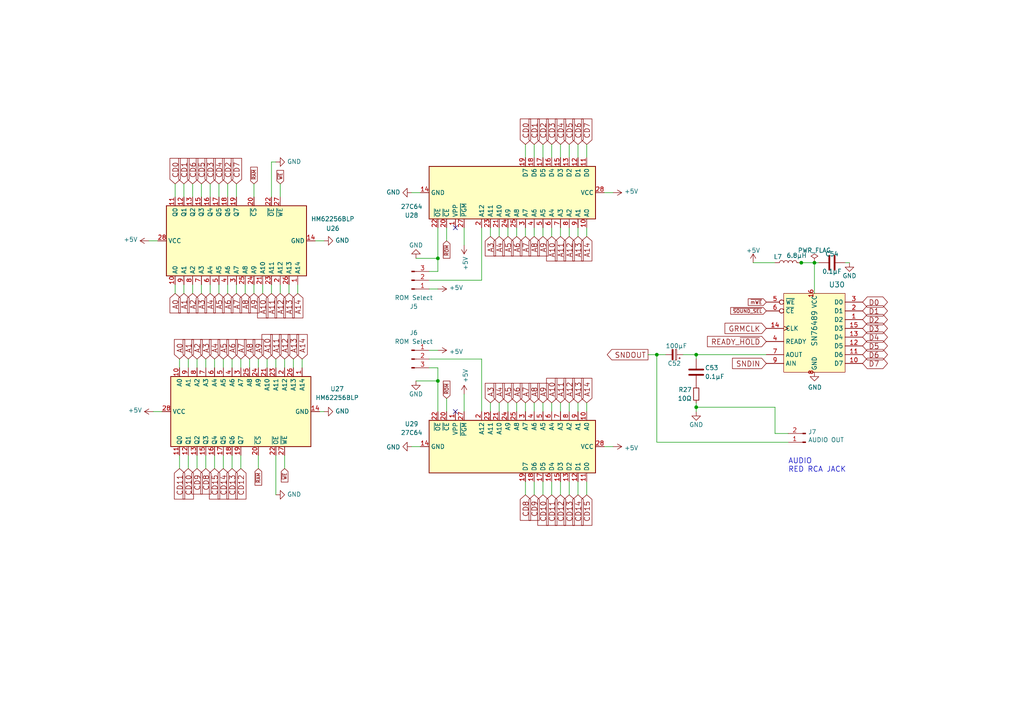
<source format=kicad_sch>
(kicad_sch (version 20211123) (generator eeschema)

  (uuid d1c3595d-d061-4c53-823c-19aa0d9a8865)

  (paper "A4")

  (title_block
    (title "TI-99/22")
    (date "2022-10-11")
    (rev "0.76")
    (company "Dan Werner - https://github.com/danwerner21/ti99_22")
    (comment 3 "was based on the HackMac KiCAD Design")
    (comment 4 "Based Robert Krenicki's design which")
    (comment 5 "Original - https://github.com/rkrenicki/TI99-Motherboard")
  )

  (lib_symbols
    (symbol "Connector:Conn_01x02_Male" (pin_names (offset 1.016) hide) (in_bom yes) (on_board yes)
      (property "Reference" "J" (id 0) (at 0 2.54 0)
        (effects (font (size 1.27 1.27)))
      )
      (property "Value" "Conn_01x02_Male" (id 1) (at 0 -5.08 0)
        (effects (font (size 1.27 1.27)))
      )
      (property "Footprint" "" (id 2) (at 0 0 0)
        (effects (font (size 1.27 1.27)) hide)
      )
      (property "Datasheet" "~" (id 3) (at 0 0 0)
        (effects (font (size 1.27 1.27)) hide)
      )
      (property "ki_keywords" "connector" (id 4) (at 0 0 0)
        (effects (font (size 1.27 1.27)) hide)
      )
      (property "ki_description" "Generic connector, single row, 01x02, script generated (kicad-library-utils/schlib/autogen/connector/)" (id 5) (at 0 0 0)
        (effects (font (size 1.27 1.27)) hide)
      )
      (property "ki_fp_filters" "Connector*:*_1x??_*" (id 6) (at 0 0 0)
        (effects (font (size 1.27 1.27)) hide)
      )
      (symbol "Conn_01x02_Male_1_1"
        (polyline
          (pts
            (xy 1.27 -2.54)
            (xy 0.8636 -2.54)
          )
          (stroke (width 0.1524) (type default) (color 0 0 0 0))
          (fill (type none))
        )
        (polyline
          (pts
            (xy 1.27 0)
            (xy 0.8636 0)
          )
          (stroke (width 0.1524) (type default) (color 0 0 0 0))
          (fill (type none))
        )
        (rectangle (start 0.8636 -2.413) (end 0 -2.667)
          (stroke (width 0.1524) (type default) (color 0 0 0 0))
          (fill (type outline))
        )
        (rectangle (start 0.8636 0.127) (end 0 -0.127)
          (stroke (width 0.1524) (type default) (color 0 0 0 0))
          (fill (type outline))
        )
        (pin passive line (at 5.08 0 180) (length 3.81)
          (name "Pin_1" (effects (font (size 1.27 1.27))))
          (number "1" (effects (font (size 1.27 1.27))))
        )
        (pin passive line (at 5.08 -2.54 180) (length 3.81)
          (name "Pin_2" (effects (font (size 1.27 1.27))))
          (number "2" (effects (font (size 1.27 1.27))))
        )
      )
    )
    (symbol "Connector:Conn_01x03_Male" (pin_names (offset 1.016) hide) (in_bom yes) (on_board yes)
      (property "Reference" "J" (id 0) (at 0 5.08 0)
        (effects (font (size 1.27 1.27)))
      )
      (property "Value" "Conn_01x03_Male" (id 1) (at 0 -5.08 0)
        (effects (font (size 1.27 1.27)))
      )
      (property "Footprint" "" (id 2) (at 0 0 0)
        (effects (font (size 1.27 1.27)) hide)
      )
      (property "Datasheet" "~" (id 3) (at 0 0 0)
        (effects (font (size 1.27 1.27)) hide)
      )
      (property "ki_keywords" "connector" (id 4) (at 0 0 0)
        (effects (font (size 1.27 1.27)) hide)
      )
      (property "ki_description" "Generic connector, single row, 01x03, script generated (kicad-library-utils/schlib/autogen/connector/)" (id 5) (at 0 0 0)
        (effects (font (size 1.27 1.27)) hide)
      )
      (property "ki_fp_filters" "Connector*:*_1x??_*" (id 6) (at 0 0 0)
        (effects (font (size 1.27 1.27)) hide)
      )
      (symbol "Conn_01x03_Male_1_1"
        (polyline
          (pts
            (xy 1.27 -2.54)
            (xy 0.8636 -2.54)
          )
          (stroke (width 0.1524) (type default) (color 0 0 0 0))
          (fill (type none))
        )
        (polyline
          (pts
            (xy 1.27 0)
            (xy 0.8636 0)
          )
          (stroke (width 0.1524) (type default) (color 0 0 0 0))
          (fill (type none))
        )
        (polyline
          (pts
            (xy 1.27 2.54)
            (xy 0.8636 2.54)
          )
          (stroke (width 0.1524) (type default) (color 0 0 0 0))
          (fill (type none))
        )
        (rectangle (start 0.8636 -2.413) (end 0 -2.667)
          (stroke (width 0.1524) (type default) (color 0 0 0 0))
          (fill (type outline))
        )
        (rectangle (start 0.8636 0.127) (end 0 -0.127)
          (stroke (width 0.1524) (type default) (color 0 0 0 0))
          (fill (type outline))
        )
        (rectangle (start 0.8636 2.667) (end 0 2.413)
          (stroke (width 0.1524) (type default) (color 0 0 0 0))
          (fill (type outline))
        )
        (pin passive line (at 5.08 2.54 180) (length 3.81)
          (name "Pin_1" (effects (font (size 1.27 1.27))))
          (number "1" (effects (font (size 1.27 1.27))))
        )
        (pin passive line (at 5.08 0 180) (length 3.81)
          (name "Pin_2" (effects (font (size 1.27 1.27))))
          (number "2" (effects (font (size 1.27 1.27))))
        )
        (pin passive line (at 5.08 -2.54 180) (length 3.81)
          (name "Pin_3" (effects (font (size 1.27 1.27))))
          (number "3" (effects (font (size 1.27 1.27))))
        )
      )
    )
    (symbol "Device:C" (pin_numbers hide) (pin_names (offset 0.254)) (in_bom yes) (on_board yes)
      (property "Reference" "C" (id 0) (at 0.635 2.54 0)
        (effects (font (size 1.27 1.27)) (justify left))
      )
      (property "Value" "C" (id 1) (at 0.635 -2.54 0)
        (effects (font (size 1.27 1.27)) (justify left))
      )
      (property "Footprint" "" (id 2) (at 0.9652 -3.81 0)
        (effects (font (size 1.27 1.27)) hide)
      )
      (property "Datasheet" "~" (id 3) (at 0 0 0)
        (effects (font (size 1.27 1.27)) hide)
      )
      (property "ki_keywords" "cap capacitor" (id 4) (at 0 0 0)
        (effects (font (size 1.27 1.27)) hide)
      )
      (property "ki_description" "Unpolarized capacitor" (id 5) (at 0 0 0)
        (effects (font (size 1.27 1.27)) hide)
      )
      (property "ki_fp_filters" "C_*" (id 6) (at 0 0 0)
        (effects (font (size 1.27 1.27)) hide)
      )
      (symbol "C_0_1"
        (polyline
          (pts
            (xy -2.032 -0.762)
            (xy 2.032 -0.762)
          )
          (stroke (width 0.508) (type default) (color 0 0 0 0))
          (fill (type none))
        )
        (polyline
          (pts
            (xy -2.032 0.762)
            (xy 2.032 0.762)
          )
          (stroke (width 0.508) (type default) (color 0 0 0 0))
          (fill (type none))
        )
      )
      (symbol "C_1_1"
        (pin passive line (at 0 3.81 270) (length 2.794)
          (name "~" (effects (font (size 1.27 1.27))))
          (number "1" (effects (font (size 1.27 1.27))))
        )
        (pin passive line (at 0 -3.81 90) (length 2.794)
          (name "~" (effects (font (size 1.27 1.27))))
          (number "2" (effects (font (size 1.27 1.27))))
        )
      )
    )
    (symbol "Device:C_Polarized_Small" (pin_numbers hide) (pin_names (offset 0.254) hide) (in_bom yes) (on_board yes)
      (property "Reference" "C" (id 0) (at 0.254 1.778 0)
        (effects (font (size 1.27 1.27)) (justify left))
      )
      (property "Value" "C_Polarized_Small" (id 1) (at 0.254 -2.032 0)
        (effects (font (size 1.27 1.27)) (justify left))
      )
      (property "Footprint" "" (id 2) (at 0 0 0)
        (effects (font (size 1.27 1.27)) hide)
      )
      (property "Datasheet" "~" (id 3) (at 0 0 0)
        (effects (font (size 1.27 1.27)) hide)
      )
      (property "ki_keywords" "cap capacitor" (id 4) (at 0 0 0)
        (effects (font (size 1.27 1.27)) hide)
      )
      (property "ki_description" "Polarized capacitor, small symbol" (id 5) (at 0 0 0)
        (effects (font (size 1.27 1.27)) hide)
      )
      (property "ki_fp_filters" "CP_*" (id 6) (at 0 0 0)
        (effects (font (size 1.27 1.27)) hide)
      )
      (symbol "C_Polarized_Small_0_1"
        (rectangle (start -1.524 -0.3048) (end 1.524 -0.6858)
          (stroke (width 0) (type default) (color 0 0 0 0))
          (fill (type outline))
        )
        (rectangle (start -1.524 0.6858) (end 1.524 0.3048)
          (stroke (width 0) (type default) (color 0 0 0 0))
          (fill (type none))
        )
        (polyline
          (pts
            (xy -1.27 1.524)
            (xy -0.762 1.524)
          )
          (stroke (width 0) (type default) (color 0 0 0 0))
          (fill (type none))
        )
        (polyline
          (pts
            (xy -1.016 1.27)
            (xy -1.016 1.778)
          )
          (stroke (width 0) (type default) (color 0 0 0 0))
          (fill (type none))
        )
      )
      (symbol "C_Polarized_Small_1_1"
        (pin passive line (at 0 2.54 270) (length 1.8542)
          (name "~" (effects (font (size 1.27 1.27))))
          (number "1" (effects (font (size 1.27 1.27))))
        )
        (pin passive line (at 0 -2.54 90) (length 1.8542)
          (name "~" (effects (font (size 1.27 1.27))))
          (number "2" (effects (font (size 1.27 1.27))))
        )
      )
    )
    (symbol "Device:L" (pin_numbers hide) (pin_names (offset 1.016) hide) (in_bom yes) (on_board yes)
      (property "Reference" "L" (id 0) (at -1.27 0 90)
        (effects (font (size 1.27 1.27)))
      )
      (property "Value" "L" (id 1) (at 1.905 0 90)
        (effects (font (size 1.27 1.27)))
      )
      (property "Footprint" "" (id 2) (at 0 0 0)
        (effects (font (size 1.27 1.27)) hide)
      )
      (property "Datasheet" "~" (id 3) (at 0 0 0)
        (effects (font (size 1.27 1.27)) hide)
      )
      (property "ki_keywords" "inductor choke coil reactor magnetic" (id 4) (at 0 0 0)
        (effects (font (size 1.27 1.27)) hide)
      )
      (property "ki_description" "Inductor" (id 5) (at 0 0 0)
        (effects (font (size 1.27 1.27)) hide)
      )
      (property "ki_fp_filters" "Choke_* *Coil* Inductor_* L_*" (id 6) (at 0 0 0)
        (effects (font (size 1.27 1.27)) hide)
      )
      (symbol "L_0_1"
        (arc (start 0 -2.54) (mid 0.635 -1.905) (end 0 -1.27)
          (stroke (width 0) (type default) (color 0 0 0 0))
          (fill (type none))
        )
        (arc (start 0 -1.27) (mid 0.635 -0.635) (end 0 0)
          (stroke (width 0) (type default) (color 0 0 0 0))
          (fill (type none))
        )
        (arc (start 0 0) (mid 0.635 0.635) (end 0 1.27)
          (stroke (width 0) (type default) (color 0 0 0 0))
          (fill (type none))
        )
        (arc (start 0 1.27) (mid 0.635 1.905) (end 0 2.54)
          (stroke (width 0) (type default) (color 0 0 0 0))
          (fill (type none))
        )
      )
      (symbol "L_1_1"
        (pin passive line (at 0 3.81 270) (length 1.27)
          (name "1" (effects (font (size 1.27 1.27))))
          (number "1" (effects (font (size 1.27 1.27))))
        )
        (pin passive line (at 0 -3.81 90) (length 1.27)
          (name "2" (effects (font (size 1.27 1.27))))
          (number "2" (effects (font (size 1.27 1.27))))
        )
      )
    )
    (symbol "Device:R_Small" (pin_numbers hide) (pin_names (offset 0.254) hide) (in_bom yes) (on_board yes)
      (property "Reference" "R" (id 0) (at 0.762 0.508 0)
        (effects (font (size 1.27 1.27)) (justify left))
      )
      (property "Value" "R_Small" (id 1) (at 0.762 -1.016 0)
        (effects (font (size 1.27 1.27)) (justify left))
      )
      (property "Footprint" "" (id 2) (at 0 0 0)
        (effects (font (size 1.27 1.27)) hide)
      )
      (property "Datasheet" "~" (id 3) (at 0 0 0)
        (effects (font (size 1.27 1.27)) hide)
      )
      (property "ki_keywords" "R resistor" (id 4) (at 0 0 0)
        (effects (font (size 1.27 1.27)) hide)
      )
      (property "ki_description" "Resistor, small symbol" (id 5) (at 0 0 0)
        (effects (font (size 1.27 1.27)) hide)
      )
      (property "ki_fp_filters" "R_*" (id 6) (at 0 0 0)
        (effects (font (size 1.27 1.27)) hide)
      )
      (symbol "R_Small_0_1"
        (rectangle (start -0.762 1.778) (end 0.762 -1.778)
          (stroke (width 0.2032) (type default) (color 0 0 0 0))
          (fill (type none))
        )
      )
      (symbol "R_Small_1_1"
        (pin passive line (at 0 2.54 270) (length 0.762)
          (name "~" (effects (font (size 1.27 1.27))))
          (number "1" (effects (font (size 1.27 1.27))))
        )
        (pin passive line (at 0 -2.54 90) (length 0.762)
          (name "~" (effects (font (size 1.27 1.27))))
          (number "2" (effects (font (size 1.27 1.27))))
        )
      )
    )
    (symbol "Memory_EPROM:27C64" (in_bom yes) (on_board yes)
      (property "Reference" "U" (id 0) (at -7.62 24.13 0)
        (effects (font (size 1.27 1.27)))
      )
      (property "Value" "27C64" (id 1) (at 2.54 -26.67 0)
        (effects (font (size 1.27 1.27)) (justify left))
      )
      (property "Footprint" "Package_DIP:DIP-28_W15.24mm" (id 2) (at 0 0 0)
        (effects (font (size 1.27 1.27)) hide)
      )
      (property "Datasheet" "http://ww1.microchip.com/downloads/en/DeviceDoc/11107M.pdf" (id 3) (at 0 0 0)
        (effects (font (size 1.27 1.27)) hide)
      )
      (property "ki_keywords" "OTP EPROM 64KiBit" (id 4) (at 0 0 0)
        (effects (font (size 1.27 1.27)) hide)
      )
      (property "ki_description" "OTP EPROM 64 KiBit, [Obsolete 2004-01]" (id 5) (at 0 0 0)
        (effects (font (size 1.27 1.27)) hide)
      )
      (property "ki_fp_filters" "DIP*W15.24mm*" (id 6) (at 0 0 0)
        (effects (font (size 1.27 1.27)) hide)
      )
      (symbol "27C64_1_1"
        (rectangle (start -7.62 22.86) (end 7.62 -25.4)
          (stroke (width 0.254) (type default) (color 0 0 0 0))
          (fill (type background))
        )
        (pin input line (at -10.16 -17.78 0) (length 2.54)
          (name "VPP" (effects (font (size 1.27 1.27))))
          (number "1" (effects (font (size 1.27 1.27))))
        )
        (pin input line (at -10.16 20.32 0) (length 2.54)
          (name "A0" (effects (font (size 1.27 1.27))))
          (number "10" (effects (font (size 1.27 1.27))))
        )
        (pin tri_state line (at 10.16 20.32 180) (length 2.54)
          (name "D0" (effects (font (size 1.27 1.27))))
          (number "11" (effects (font (size 1.27 1.27))))
        )
        (pin tri_state line (at 10.16 17.78 180) (length 2.54)
          (name "D1" (effects (font (size 1.27 1.27))))
          (number "12" (effects (font (size 1.27 1.27))))
        )
        (pin tri_state line (at 10.16 15.24 180) (length 2.54)
          (name "D2" (effects (font (size 1.27 1.27))))
          (number "13" (effects (font (size 1.27 1.27))))
        )
        (pin power_in line (at 0 -27.94 90) (length 2.54)
          (name "GND" (effects (font (size 1.27 1.27))))
          (number "14" (effects (font (size 1.27 1.27))))
        )
        (pin tri_state line (at 10.16 12.7 180) (length 2.54)
          (name "D3" (effects (font (size 1.27 1.27))))
          (number "15" (effects (font (size 1.27 1.27))))
        )
        (pin tri_state line (at 10.16 10.16 180) (length 2.54)
          (name "D4" (effects (font (size 1.27 1.27))))
          (number "16" (effects (font (size 1.27 1.27))))
        )
        (pin tri_state line (at 10.16 7.62 180) (length 2.54)
          (name "D5" (effects (font (size 1.27 1.27))))
          (number "17" (effects (font (size 1.27 1.27))))
        )
        (pin tri_state line (at 10.16 5.08 180) (length 2.54)
          (name "D6" (effects (font (size 1.27 1.27))))
          (number "18" (effects (font (size 1.27 1.27))))
        )
        (pin tri_state line (at 10.16 2.54 180) (length 2.54)
          (name "D7" (effects (font (size 1.27 1.27))))
          (number "19" (effects (font (size 1.27 1.27))))
        )
        (pin input line (at -10.16 -10.16 0) (length 2.54)
          (name "A12" (effects (font (size 1.27 1.27))))
          (number "2" (effects (font (size 1.27 1.27))))
        )
        (pin input line (at -10.16 -20.32 0) (length 2.54)
          (name "~{CE}" (effects (font (size 1.27 1.27))))
          (number "20" (effects (font (size 1.27 1.27))))
        )
        (pin input line (at -10.16 -5.08 0) (length 2.54)
          (name "A10" (effects (font (size 1.27 1.27))))
          (number "21" (effects (font (size 1.27 1.27))))
        )
        (pin input line (at -10.16 -22.86 0) (length 2.54)
          (name "~{OE}" (effects (font (size 1.27 1.27))))
          (number "22" (effects (font (size 1.27 1.27))))
        )
        (pin input line (at -10.16 -7.62 0) (length 2.54)
          (name "A11" (effects (font (size 1.27 1.27))))
          (number "23" (effects (font (size 1.27 1.27))))
        )
        (pin input line (at -10.16 -2.54 0) (length 2.54)
          (name "A9" (effects (font (size 1.27 1.27))))
          (number "24" (effects (font (size 1.27 1.27))))
        )
        (pin input line (at -10.16 0 0) (length 2.54)
          (name "A8" (effects (font (size 1.27 1.27))))
          (number "25" (effects (font (size 1.27 1.27))))
        )
        (pin no_connect line (at 7.62 0 180) (length 2.54) hide
          (name "NC" (effects (font (size 1.27 1.27))))
          (number "26" (effects (font (size 1.27 1.27))))
        )
        (pin input line (at -10.16 -15.24 0) (length 2.54)
          (name "~{PGM}" (effects (font (size 1.27 1.27))))
          (number "27" (effects (font (size 1.27 1.27))))
        )
        (pin power_in line (at 0 25.4 270) (length 2.54)
          (name "VCC" (effects (font (size 1.27 1.27))))
          (number "28" (effects (font (size 1.27 1.27))))
        )
        (pin input line (at -10.16 2.54 0) (length 2.54)
          (name "A7" (effects (font (size 1.27 1.27))))
          (number "3" (effects (font (size 1.27 1.27))))
        )
        (pin input line (at -10.16 5.08 0) (length 2.54)
          (name "A6" (effects (font (size 1.27 1.27))))
          (number "4" (effects (font (size 1.27 1.27))))
        )
        (pin input line (at -10.16 7.62 0) (length 2.54)
          (name "A5" (effects (font (size 1.27 1.27))))
          (number "5" (effects (font (size 1.27 1.27))))
        )
        (pin input line (at -10.16 10.16 0) (length 2.54)
          (name "A4" (effects (font (size 1.27 1.27))))
          (number "6" (effects (font (size 1.27 1.27))))
        )
        (pin input line (at -10.16 12.7 0) (length 2.54)
          (name "A3" (effects (font (size 1.27 1.27))))
          (number "7" (effects (font (size 1.27 1.27))))
        )
        (pin input line (at -10.16 15.24 0) (length 2.54)
          (name "A2" (effects (font (size 1.27 1.27))))
          (number "8" (effects (font (size 1.27 1.27))))
        )
        (pin input line (at -10.16 17.78 0) (length 2.54)
          (name "A1" (effects (font (size 1.27 1.27))))
          (number "9" (effects (font (size 1.27 1.27))))
        )
      )
    )
    (symbol "Memory_RAM:HM62256BLP" (in_bom yes) (on_board yes)
      (property "Reference" "U" (id 0) (at -10.16 20.955 0)
        (effects (font (size 1.27 1.27)) (justify left bottom))
      )
      (property "Value" "HM62256BLP" (id 1) (at 2.54 20.955 0)
        (effects (font (size 1.27 1.27)) (justify left bottom))
      )
      (property "Footprint" "Package_DIP:DIP-28_W15.24mm" (id 2) (at 0 -2.54 0)
        (effects (font (size 1.27 1.27)) hide)
      )
      (property "Datasheet" "https://web.mit.edu/6.115/www/document/62256.pdf" (id 3) (at 0 -2.54 0)
        (effects (font (size 1.27 1.27)) hide)
      )
      (property "ki_keywords" "RAM SRAM CMOS MEMORY" (id 4) (at 0 0 0)
        (effects (font (size 1.27 1.27)) hide)
      )
      (property "ki_description" "32,768-word × 8-bit High Speed CMOS Static RAM, 70ns, DIP-28" (id 5) (at 0 0 0)
        (effects (font (size 1.27 1.27)) hide)
      )
      (property "ki_fp_filters" "DIP*W15.24mm*" (id 6) (at 0 0 0)
        (effects (font (size 1.27 1.27)) hide)
      )
      (symbol "HM62256BLP_0_0"
        (pin power_in line (at 0 -22.86 90) (length 2.54)
          (name "GND" (effects (font (size 1.27 1.27))))
          (number "14" (effects (font (size 1.27 1.27))))
        )
        (pin power_in line (at 0 22.86 270) (length 2.54)
          (name "VCC" (effects (font (size 1.27 1.27))))
          (number "28" (effects (font (size 1.27 1.27))))
        )
      )
      (symbol "HM62256BLP_0_1"
        (rectangle (start -10.16 20.32) (end 10.16 -20.32)
          (stroke (width 0.254) (type default) (color 0 0 0 0))
          (fill (type background))
        )
      )
      (symbol "HM62256BLP_1_1"
        (pin input line (at -12.7 -17.78 0) (length 2.54)
          (name "A14" (effects (font (size 1.27 1.27))))
          (number "1" (effects (font (size 1.27 1.27))))
        )
        (pin input line (at -12.7 17.78 0) (length 2.54)
          (name "A0" (effects (font (size 1.27 1.27))))
          (number "10" (effects (font (size 1.27 1.27))))
        )
        (pin tri_state line (at 12.7 17.78 180) (length 2.54)
          (name "Q0" (effects (font (size 1.27 1.27))))
          (number "11" (effects (font (size 1.27 1.27))))
        )
        (pin tri_state line (at 12.7 15.24 180) (length 2.54)
          (name "Q1" (effects (font (size 1.27 1.27))))
          (number "12" (effects (font (size 1.27 1.27))))
        )
        (pin tri_state line (at 12.7 12.7 180) (length 2.54)
          (name "Q2" (effects (font (size 1.27 1.27))))
          (number "13" (effects (font (size 1.27 1.27))))
        )
        (pin tri_state line (at 12.7 10.16 180) (length 2.54)
          (name "Q3" (effects (font (size 1.27 1.27))))
          (number "15" (effects (font (size 1.27 1.27))))
        )
        (pin tri_state line (at 12.7 7.62 180) (length 2.54)
          (name "Q4" (effects (font (size 1.27 1.27))))
          (number "16" (effects (font (size 1.27 1.27))))
        )
        (pin tri_state line (at 12.7 5.08 180) (length 2.54)
          (name "Q5" (effects (font (size 1.27 1.27))))
          (number "17" (effects (font (size 1.27 1.27))))
        )
        (pin tri_state line (at 12.7 2.54 180) (length 2.54)
          (name "Q6" (effects (font (size 1.27 1.27))))
          (number "18" (effects (font (size 1.27 1.27))))
        )
        (pin tri_state line (at 12.7 0 180) (length 2.54)
          (name "Q7" (effects (font (size 1.27 1.27))))
          (number "19" (effects (font (size 1.27 1.27))))
        )
        (pin input line (at -12.7 -12.7 0) (length 2.54)
          (name "A12" (effects (font (size 1.27 1.27))))
          (number "2" (effects (font (size 1.27 1.27))))
        )
        (pin input line (at 12.7 -5.08 180) (length 2.54)
          (name "~{CS}" (effects (font (size 1.27 1.27))))
          (number "20" (effects (font (size 1.27 1.27))))
        )
        (pin input line (at -12.7 -7.62 0) (length 2.54)
          (name "A10" (effects (font (size 1.27 1.27))))
          (number "21" (effects (font (size 1.27 1.27))))
        )
        (pin input line (at 12.7 -10.16 180) (length 2.54)
          (name "~{OE}" (effects (font (size 1.27 1.27))))
          (number "22" (effects (font (size 1.27 1.27))))
        )
        (pin input line (at -12.7 -10.16 0) (length 2.54)
          (name "A11" (effects (font (size 1.27 1.27))))
          (number "23" (effects (font (size 1.27 1.27))))
        )
        (pin input line (at -12.7 -5.08 0) (length 2.54)
          (name "A9" (effects (font (size 1.27 1.27))))
          (number "24" (effects (font (size 1.27 1.27))))
        )
        (pin input line (at -12.7 -2.54 0) (length 2.54)
          (name "A8" (effects (font (size 1.27 1.27))))
          (number "25" (effects (font (size 1.27 1.27))))
        )
        (pin input line (at -12.7 -15.24 0) (length 2.54)
          (name "A13" (effects (font (size 1.27 1.27))))
          (number "26" (effects (font (size 1.27 1.27))))
        )
        (pin input line (at 12.7 -12.7 180) (length 2.54)
          (name "~{WE}" (effects (font (size 1.27 1.27))))
          (number "27" (effects (font (size 1.27 1.27))))
        )
        (pin input line (at -12.7 0 0) (length 2.54)
          (name "A7" (effects (font (size 1.27 1.27))))
          (number "3" (effects (font (size 1.27 1.27))))
        )
        (pin input line (at -12.7 2.54 0) (length 2.54)
          (name "A6" (effects (font (size 1.27 1.27))))
          (number "4" (effects (font (size 1.27 1.27))))
        )
        (pin input line (at -12.7 5.08 0) (length 2.54)
          (name "A5" (effects (font (size 1.27 1.27))))
          (number "5" (effects (font (size 1.27 1.27))))
        )
        (pin input line (at -12.7 7.62 0) (length 2.54)
          (name "A4" (effects (font (size 1.27 1.27))))
          (number "6" (effects (font (size 1.27 1.27))))
        )
        (pin input line (at -12.7 10.16 0) (length 2.54)
          (name "A3" (effects (font (size 1.27 1.27))))
          (number "7" (effects (font (size 1.27 1.27))))
        )
        (pin input line (at -12.7 12.7 0) (length 2.54)
          (name "A2" (effects (font (size 1.27 1.27))))
          (number "8" (effects (font (size 1.27 1.27))))
        )
        (pin input line (at -12.7 15.24 0) (length 2.54)
          (name "A1" (effects (font (size 1.27 1.27))))
          (number "9" (effects (font (size 1.27 1.27))))
        )
      )
    )
    (symbol "Werner_custom:SN76489" (in_bom yes) (on_board yes)
      (property "Reference" "U" (id 0) (at 0 0 0)
        (effects (font (size 1.27 1.27)))
      )
      (property "Value" "SN76489" (id 1) (at 0 2.54 0)
        (effects (font (size 1.27 1.27)))
      )
      (property "Footprint" "" (id 2) (at 0 0 0)
        (effects (font (size 1.27 1.27)) hide)
      )
      (property "Datasheet" "" (id 3) (at 0 0 0)
        (effects (font (size 1.27 1.27)) hide)
      )
      (symbol "SN76489_0_1"
        (rectangle (start -8.89 10.16) (end 8.89 -12.7)
          (stroke (width 0) (type default) (color 0 0 0 0))
          (fill (type background))
        )
      )
      (symbol "SN76489_1_1"
        (pin bidirectional line (at 13.97 2.54 180) (length 5.08)
          (name "D2" (effects (font (size 1.27 1.27))))
          (number "1" (effects (font (size 1.27 1.27))))
        )
        (pin bidirectional line (at 13.97 -10.16 180) (length 5.08)
          (name "D7" (effects (font (size 1.27 1.27))))
          (number "10" (effects (font (size 1.27 1.27))))
        )
        (pin bidirectional line (at 13.97 -7.62 180) (length 5.08)
          (name "D6" (effects (font (size 1.27 1.27))))
          (number "11" (effects (font (size 1.27 1.27))))
        )
        (pin bidirectional line (at 13.97 -5.08 180) (length 5.08)
          (name "D5" (effects (font (size 1.27 1.27))))
          (number "12" (effects (font (size 1.27 1.27))))
        )
        (pin bidirectional line (at 13.97 -2.54 180) (length 5.08)
          (name "D4" (effects (font (size 1.27 1.27))))
          (number "13" (effects (font (size 1.27 1.27))))
        )
        (pin input clock (at -13.97 0 0) (length 5.08)
          (name "CLK" (effects (font (size 1.27 1.27))))
          (number "14" (effects (font (size 1.27 1.27))))
        )
        (pin bidirectional line (at 13.97 0 180) (length 5.08)
          (name "D3" (effects (font (size 1.27 1.27))))
          (number "15" (effects (font (size 1.27 1.27))))
        )
        (pin power_in line (at 0 10.16 270) (length 0)
          (name "VCC" (effects (font (size 1.27 1.27))))
          (number "16" (effects (font (size 1.27 1.27))))
        )
        (pin bidirectional line (at 13.97 5.08 180) (length 5.08)
          (name "D1" (effects (font (size 1.27 1.27))))
          (number "2" (effects (font (size 1.27 1.27))))
        )
        (pin bidirectional line (at 13.97 7.62 180) (length 5.08)
          (name "D0" (effects (font (size 1.27 1.27))))
          (number "3" (effects (font (size 1.27 1.27))))
        )
        (pin open_collector line (at -13.97 -3.81 0) (length 5.08)
          (name "READY" (effects (font (size 1.27 1.27))))
          (number "4" (effects (font (size 1.27 1.27))))
        )
        (pin input inverted (at -13.97 7.62 0) (length 5.08)
          (name "~{WE}" (effects (font (size 1.27 1.27))))
          (number "5" (effects (font (size 1.27 1.27))))
        )
        (pin input inverted (at -13.97 5.08 0) (length 5.08)
          (name "~{CE}" (effects (font (size 1.27 1.27))))
          (number "6" (effects (font (size 1.27 1.27))))
        )
        (pin output line (at -13.97 -7.62 0) (length 5.08)
          (name "AOUT" (effects (font (size 1.27 1.27))))
          (number "7" (effects (font (size 1.27 1.27))))
        )
        (pin power_in line (at 0 -12.7 90) (length 0)
          (name "GND" (effects (font (size 1.27 1.27))))
          (number "8" (effects (font (size 1.27 1.27))))
        )
        (pin input line (at -13.97 -10.16 0) (length 5.08)
          (name "AIN" (effects (font (size 1.27 1.27))))
          (number "9" (effects (font (size 1.27 1.27))))
        )
      )
    )
    (symbol "power:+5V" (power) (pin_names (offset 0)) (in_bom yes) (on_board yes)
      (property "Reference" "#PWR" (id 0) (at 0 -3.81 0)
        (effects (font (size 1.27 1.27)) hide)
      )
      (property "Value" "+5V" (id 1) (at 0 3.556 0)
        (effects (font (size 1.27 1.27)))
      )
      (property "Footprint" "" (id 2) (at 0 0 0)
        (effects (font (size 1.27 1.27)) hide)
      )
      (property "Datasheet" "" (id 3) (at 0 0 0)
        (effects (font (size 1.27 1.27)) hide)
      )
      (property "ki_keywords" "power-flag" (id 4) (at 0 0 0)
        (effects (font (size 1.27 1.27)) hide)
      )
      (property "ki_description" "Power symbol creates a global label with name \"+5V\"" (id 5) (at 0 0 0)
        (effects (font (size 1.27 1.27)) hide)
      )
      (symbol "+5V_0_1"
        (polyline
          (pts
            (xy -0.762 1.27)
            (xy 0 2.54)
          )
          (stroke (width 0) (type default) (color 0 0 0 0))
          (fill (type none))
        )
        (polyline
          (pts
            (xy 0 0)
            (xy 0 2.54)
          )
          (stroke (width 0) (type default) (color 0 0 0 0))
          (fill (type none))
        )
        (polyline
          (pts
            (xy 0 2.54)
            (xy 0.762 1.27)
          )
          (stroke (width 0) (type default) (color 0 0 0 0))
          (fill (type none))
        )
      )
      (symbol "+5V_1_1"
        (pin power_in line (at 0 0 90) (length 0) hide
          (name "+5V" (effects (font (size 1.27 1.27))))
          (number "1" (effects (font (size 1.27 1.27))))
        )
      )
    )
    (symbol "power:GND" (power) (pin_names (offset 0)) (in_bom yes) (on_board yes)
      (property "Reference" "#PWR" (id 0) (at 0 -6.35 0)
        (effects (font (size 1.27 1.27)) hide)
      )
      (property "Value" "GND" (id 1) (at 0 -3.81 0)
        (effects (font (size 1.27 1.27)))
      )
      (property "Footprint" "" (id 2) (at 0 0 0)
        (effects (font (size 1.27 1.27)) hide)
      )
      (property "Datasheet" "" (id 3) (at 0 0 0)
        (effects (font (size 1.27 1.27)) hide)
      )
      (property "ki_keywords" "power-flag" (id 4) (at 0 0 0)
        (effects (font (size 1.27 1.27)) hide)
      )
      (property "ki_description" "Power symbol creates a global label with name \"GND\" , ground" (id 5) (at 0 0 0)
        (effects (font (size 1.27 1.27)) hide)
      )
      (symbol "GND_0_1"
        (polyline
          (pts
            (xy 0 0)
            (xy 0 -1.27)
            (xy 1.27 -1.27)
            (xy 0 -2.54)
            (xy -1.27 -1.27)
            (xy 0 -1.27)
          )
          (stroke (width 0) (type default) (color 0 0 0 0))
          (fill (type none))
        )
      )
      (symbol "GND_1_1"
        (pin power_in line (at 0 0 270) (length 0) hide
          (name "GND" (effects (font (size 1.27 1.27))))
          (number "1" (effects (font (size 1.27 1.27))))
        )
      )
    )
    (symbol "power:PWR_FLAG" (power) (pin_numbers hide) (pin_names (offset 0) hide) (in_bom yes) (on_board yes)
      (property "Reference" "#FLG" (id 0) (at 0 1.905 0)
        (effects (font (size 1.27 1.27)) hide)
      )
      (property "Value" "PWR_FLAG" (id 1) (at 0 3.81 0)
        (effects (font (size 1.27 1.27)))
      )
      (property "Footprint" "" (id 2) (at 0 0 0)
        (effects (font (size 1.27 1.27)) hide)
      )
      (property "Datasheet" "~" (id 3) (at 0 0 0)
        (effects (font (size 1.27 1.27)) hide)
      )
      (property "ki_keywords" "power-flag" (id 4) (at 0 0 0)
        (effects (font (size 1.27 1.27)) hide)
      )
      (property "ki_description" "Special symbol for telling ERC where power comes from" (id 5) (at 0 0 0)
        (effects (font (size 1.27 1.27)) hide)
      )
      (symbol "PWR_FLAG_0_0"
        (pin power_out line (at 0 0 90) (length 0)
          (name "pwr" (effects (font (size 1.27 1.27))))
          (number "1" (effects (font (size 1.27 1.27))))
        )
      )
      (symbol "PWR_FLAG_0_1"
        (polyline
          (pts
            (xy 0 0)
            (xy 0 1.27)
            (xy -1.016 1.905)
            (xy 0 2.54)
            (xy 1.016 1.905)
            (xy 0 1.27)
          )
          (stroke (width 0) (type default) (color 0 0 0 0))
          (fill (type none))
        )
      )
    )
  )

  (junction (at 232.41 76.2) (diameter 0) (color 0 0 0 0)
    (uuid 0e0b2edb-738c-4e66-a07e-a041b3630de7)
  )
  (junction (at 190.5 102.87) (diameter 0) (color 0 0 0 0)
    (uuid 2fb13eea-01f9-47ae-9ae7-70f2c634e479)
  )
  (junction (at 201.93 118.11) (diameter 0) (color 0 0 0 0)
    (uuid 4faa44fd-a1ee-4ebd-877f-e4dd58668781)
  )
  (junction (at 127 110.49) (diameter 0) (color 0 0 0 0)
    (uuid 94aee5af-4ef9-4f93-936c-f816318b1fe6)
  )
  (junction (at 236.22 76.2) (diameter 0) (color 0 0 0 0)
    (uuid a8da9ef4-a086-42d2-accc-02b130512ad1)
  )
  (junction (at 127 74.93) (diameter 0) (color 0 0 0 0)
    (uuid e96ae856-5ec4-40af-9304-4081478dbceb)
  )
  (junction (at 201.93 102.87) (diameter 0) (color 0 0 0 0)
    (uuid f5c03b4d-f994-40d6-90bd-ba506dcefe9f)
  )

  (no_connect (at 132.08 66.04) (uuid 58990285-4dd3-4589-bc17-a4011d53f362))
  (no_connect (at 132.08 119.38) (uuid 783e8f85-417d-4ea9-ba34-de5c2a1f51f9))

  (wire (pts (xy 170.18 139.7) (xy 170.18 143.51))
    (stroke (width 0) (type default) (color 0 0 0 0))
    (uuid 00932b93-db01-428d-9cb6-7e65e0a88e7f)
  )
  (wire (pts (xy 83.82 82.55) (xy 83.82 85.09))
    (stroke (width 0) (type default) (color 0 0 0 0))
    (uuid 045c3208-6580-4d1e-b4ba-cb5e79acfff4)
  )
  (wire (pts (xy 43.18 69.85) (xy 45.72 69.85))
    (stroke (width 0) (type default) (color 0 0 0 0))
    (uuid 09429721-a4e1-48a1-993a-c71d5b6d8e6b)
  )
  (wire (pts (xy 139.7 119.38) (xy 139.7 104.14))
    (stroke (width 0) (type default) (color 0 0 0 0))
    (uuid 094b6249-2327-4bfd-8c5c-5f7455d8356a)
  )
  (wire (pts (xy 60.96 53.34) (xy 60.96 57.15))
    (stroke (width 0) (type default) (color 0 0 0 0))
    (uuid 0bc44259-ef3c-47a5-b3d7-82eb4cd64236)
  )
  (wire (pts (xy 162.56 68.58) (xy 162.56 66.04))
    (stroke (width 0) (type default) (color 0 0 0 0))
    (uuid 0bc4aa45-64a1-4af6-b096-c530d48675d4)
  )
  (wire (pts (xy 55.88 53.34) (xy 55.88 57.15))
    (stroke (width 0) (type default) (color 0 0 0 0))
    (uuid 0d630fb6-3fde-4c5d-aef4-8a5b94303db2)
  )
  (wire (pts (xy 165.1 116.84) (xy 165.1 119.38))
    (stroke (width 0) (type default) (color 0 0 0 0))
    (uuid 0e45a548-5284-40c6-9ddb-38c053a0c474)
  )
  (wire (pts (xy 86.36 82.55) (xy 86.36 85.09))
    (stroke (width 0) (type default) (color 0 0 0 0))
    (uuid 13d60ed7-066e-48cb-91cd-32d37b8f20be)
  )
  (wire (pts (xy 157.48 139.7) (xy 157.48 143.51))
    (stroke (width 0) (type default) (color 0 0 0 0))
    (uuid 143c5d10-0b30-40a4-8a5e-72a59f4dc6ac)
  )
  (wire (pts (xy 119.38 55.88) (xy 121.92 55.88))
    (stroke (width 0) (type default) (color 0 0 0 0))
    (uuid 16042a30-8168-4251-8d92-3f20481d53d5)
  )
  (wire (pts (xy 170.18 116.84) (xy 170.18 119.38))
    (stroke (width 0) (type default) (color 0 0 0 0))
    (uuid 189c7619-8c62-48df-ad5c-023a34ca8a92)
  )
  (wire (pts (xy 167.64 116.84) (xy 167.64 119.38))
    (stroke (width 0) (type default) (color 0 0 0 0))
    (uuid 1ae8743a-4ad1-4320-90ab-c6658b99ab4a)
  )
  (wire (pts (xy 60.96 82.55) (xy 60.96 85.09))
    (stroke (width 0) (type default) (color 0 0 0 0))
    (uuid 1c5593e1-09c1-4102-9468-29f894acce14)
  )
  (wire (pts (xy 127 74.93) (xy 127 66.04))
    (stroke (width 0) (type default) (color 0 0 0 0))
    (uuid 1d3dd064-cd2b-42ae-811e-672932b15684)
  )
  (wire (pts (xy 198.12 102.87) (xy 201.93 102.87))
    (stroke (width 0) (type default) (color 0 0 0 0))
    (uuid 1e362064-1c5c-469c-8576-28390879d190)
  )
  (wire (pts (xy 119.38 129.54) (xy 121.92 129.54))
    (stroke (width 0) (type default) (color 0 0 0 0))
    (uuid 248448df-e5c2-4031-b2f1-272167ab0e97)
  )
  (wire (pts (xy 57.15 132.08) (xy 57.15 135.89))
    (stroke (width 0) (type default) (color 0 0 0 0))
    (uuid 24c5f8fe-1856-4902-9ffc-ba128dd5c66c)
  )
  (wire (pts (xy 68.58 53.34) (xy 68.58 57.15))
    (stroke (width 0) (type default) (color 0 0 0 0))
    (uuid 29a71eb5-614f-4187-bde7-b84ef356da9b)
  )
  (wire (pts (xy 82.55 104.14) (xy 82.55 106.68))
    (stroke (width 0) (type default) (color 0 0 0 0))
    (uuid 2bad57b5-8cbf-49fb-bd88-32515ddfc934)
  )
  (wire (pts (xy 162.56 41.91) (xy 162.56 45.72))
    (stroke (width 0) (type default) (color 0 0 0 0))
    (uuid 2d4ec524-a50a-4f6d-86c5-0d5ed8d19aa9)
  )
  (wire (pts (xy 69.85 104.14) (xy 69.85 106.68))
    (stroke (width 0) (type default) (color 0 0 0 0))
    (uuid 2eb7aa78-dcc6-4f22-ab9b-3683f845bb6d)
  )
  (wire (pts (xy 201.93 102.87) (xy 201.93 104.14))
    (stroke (width 0) (type default) (color 0 0 0 0))
    (uuid 2fb0a6a9-6700-4b7f-8b77-dca5ff97ed4c)
  )
  (wire (pts (xy 80.01 132.08) (xy 80.01 143.51))
    (stroke (width 0) (type default) (color 0 0 0 0))
    (uuid 325ba71d-be0c-4a2a-80b1-9bf95ee47f92)
  )
  (wire (pts (xy 152.4 116.84) (xy 152.4 119.38))
    (stroke (width 0) (type default) (color 0 0 0 0))
    (uuid 327b2918-e266-4fd2-aa85-696bbdd34e79)
  )
  (wire (pts (xy 144.78 68.58) (xy 144.78 66.04))
    (stroke (width 0) (type default) (color 0 0 0 0))
    (uuid 350b101c-ddfe-45b9-b595-51dd8bda8401)
  )
  (wire (pts (xy 162.56 139.7) (xy 162.56 143.51))
    (stroke (width 0) (type default) (color 0 0 0 0))
    (uuid 36cf0750-2455-4f31-b685-cbeffe098972)
  )
  (wire (pts (xy 147.32 68.58) (xy 147.32 66.04))
    (stroke (width 0) (type default) (color 0 0 0 0))
    (uuid 379f1baf-2775-4da6-9050-2829bffbfe77)
  )
  (wire (pts (xy 85.09 104.14) (xy 85.09 106.68))
    (stroke (width 0) (type default) (color 0 0 0 0))
    (uuid 37a9409c-a687-4645-9c09-2b07236f280a)
  )
  (wire (pts (xy 139.7 81.28) (xy 124.46 81.28))
    (stroke (width 0) (type default) (color 0 0 0 0))
    (uuid 3a297523-cf05-4b76-93bb-b275cdae032d)
  )
  (wire (pts (xy 154.94 68.58) (xy 154.94 66.04))
    (stroke (width 0) (type default) (color 0 0 0 0))
    (uuid 3ea008f6-0071-4754-8915-cb5462bff888)
  )
  (wire (pts (xy 78.74 46.99) (xy 80.01 46.99))
    (stroke (width 0) (type default) (color 0 0 0 0))
    (uuid 3f1767b4-3b7f-4791-ba20-07443dbb36fd)
  )
  (wire (pts (xy 152.4 68.58) (xy 152.4 66.04))
    (stroke (width 0) (type default) (color 0 0 0 0))
    (uuid 4111763d-feb8-487c-94f4-723b2316f4b0)
  )
  (wire (pts (xy 134.62 71.12) (xy 134.62 66.04))
    (stroke (width 0) (type default) (color 0 0 0 0))
    (uuid 423f2a39-d409-49ed-ae7e-6383d640ded7)
  )
  (wire (pts (xy 190.5 128.27) (xy 190.5 102.87))
    (stroke (width 0) (type default) (color 0 0 0 0))
    (uuid 42a81fc7-c470-44e8-af95-3f204e7843ec)
  )
  (wire (pts (xy 224.79 125.73) (xy 224.79 118.11))
    (stroke (width 0) (type default) (color 0 0 0 0))
    (uuid 437f565f-37a4-4337-8fa2-05700a10e8fe)
  )
  (wire (pts (xy 201.93 116.84) (xy 201.93 118.11))
    (stroke (width 0) (type default) (color 0 0 0 0))
    (uuid 43cc948b-7aa9-4530-a448-911bd0e35fae)
  )
  (wire (pts (xy 160.02 41.91) (xy 160.02 45.72))
    (stroke (width 0) (type default) (color 0 0 0 0))
    (uuid 444814ee-edf8-4387-a52d-a3560489f20d)
  )
  (wire (pts (xy 62.23 132.08) (xy 62.23 135.89))
    (stroke (width 0) (type default) (color 0 0 0 0))
    (uuid 45ec2b51-7b65-40a6-a0ae-205c9df0f27d)
  )
  (wire (pts (xy 142.24 116.84) (xy 142.24 119.38))
    (stroke (width 0) (type default) (color 0 0 0 0))
    (uuid 47c439e0-03c8-4067-85a0-f4bd75d74e9f)
  )
  (wire (pts (xy 142.24 68.58) (xy 142.24 66.04))
    (stroke (width 0) (type default) (color 0 0 0 0))
    (uuid 48a9da20-5753-47fa-b696-d46d06759a37)
  )
  (wire (pts (xy 124.46 78.74) (xy 127 78.74))
    (stroke (width 0) (type default) (color 0 0 0 0))
    (uuid 49a8c1b9-2c0f-434e-ba7f-91cbc97a3780)
  )
  (wire (pts (xy 50.8 82.55) (xy 50.8 85.09))
    (stroke (width 0) (type default) (color 0 0 0 0))
    (uuid 4bba2523-4b17-42a3-be1b-bd449203931a)
  )
  (wire (pts (xy 64.77 132.08) (xy 64.77 135.89))
    (stroke (width 0) (type default) (color 0 0 0 0))
    (uuid 4c4c863e-b4a0-4f54-8bcc-023578f37189)
  )
  (wire (pts (xy 170.18 41.91) (xy 170.18 45.72))
    (stroke (width 0) (type default) (color 0 0 0 0))
    (uuid 4d69bf39-0cc5-44bf-b40f-aa46342e710a)
  )
  (wire (pts (xy 170.18 68.58) (xy 170.18 66.04))
    (stroke (width 0) (type default) (color 0 0 0 0))
    (uuid 4e5f1d08-b2ce-4d15-ab9c-092a79421ee4)
  )
  (wire (pts (xy 54.61 132.08) (xy 54.61 135.89))
    (stroke (width 0) (type default) (color 0 0 0 0))
    (uuid 4eefbe98-2ca9-47db-8a51-96d6abd891eb)
  )
  (wire (pts (xy 149.86 68.58) (xy 149.86 66.04))
    (stroke (width 0) (type default) (color 0 0 0 0))
    (uuid 54a86fcb-07c9-4883-a166-4c5278e878d4)
  )
  (wire (pts (xy 73.66 82.55) (xy 73.66 85.09))
    (stroke (width 0) (type default) (color 0 0 0 0))
    (uuid 55e0b7cf-9053-46a4-b857-9773ea24f28e)
  )
  (wire (pts (xy 236.22 85.09) (xy 236.22 76.2))
    (stroke (width 0) (type default) (color 0 0 0 0))
    (uuid 5600b446-cc57-4d99-a6dd-3cb2f076483c)
  )
  (wire (pts (xy 157.48 116.84) (xy 157.48 119.38))
    (stroke (width 0) (type default) (color 0 0 0 0))
    (uuid 572d48b4-1a73-4265-a0e2-0c5b149b92bc)
  )
  (wire (pts (xy 127 110.49) (xy 127 119.38))
    (stroke (width 0) (type default) (color 0 0 0 0))
    (uuid 580ec2a2-0ad4-4d11-b656-a938ca088ea0)
  )
  (wire (pts (xy 165.1 139.7) (xy 165.1 143.51))
    (stroke (width 0) (type default) (color 0 0 0 0))
    (uuid 591bbcd7-7f71-4f73-b1ff-f4ab067d6fb4)
  )
  (wire (pts (xy 157.48 41.91) (xy 157.48 45.72))
    (stroke (width 0) (type default) (color 0 0 0 0))
    (uuid 5a8bc152-295d-41e6-a666-b96143f95904)
  )
  (wire (pts (xy 134.62 114.3) (xy 134.62 119.38))
    (stroke (width 0) (type default) (color 0 0 0 0))
    (uuid 5cbdfca0-b033-4324-8442-ff9be45b7dfd)
  )
  (wire (pts (xy 77.47 104.14) (xy 77.47 106.68))
    (stroke (width 0) (type default) (color 0 0 0 0))
    (uuid 5fc2283b-ca24-4c9b-bb2f-3974ef8b833f)
  )
  (wire (pts (xy 245.11 76.2) (xy 246.38 76.2))
    (stroke (width 0) (type default) (color 0 0 0 0))
    (uuid 6254766d-b1ea-42ef-9500-4c73d599ae00)
  )
  (wire (pts (xy 127 78.74) (xy 127 74.93))
    (stroke (width 0) (type default) (color 0 0 0 0))
    (uuid 6577de9f-beed-4a2b-9e26-7f030892d191)
  )
  (wire (pts (xy 124.46 101.6) (xy 127 101.6))
    (stroke (width 0) (type default) (color 0 0 0 0))
    (uuid 6688253d-f298-4a55-894f-b412f9683d81)
  )
  (wire (pts (xy 78.74 82.55) (xy 78.74 85.09))
    (stroke (width 0) (type default) (color 0 0 0 0))
    (uuid 673452ad-c30f-4922-a909-64c5c7244055)
  )
  (wire (pts (xy 129.54 69.85) (xy 129.54 66.04))
    (stroke (width 0) (type default) (color 0 0 0 0))
    (uuid 68e5db53-b5dc-408b-892e-29f9f2d2db24)
  )
  (wire (pts (xy 74.93 104.14) (xy 74.93 106.68))
    (stroke (width 0) (type default) (color 0 0 0 0))
    (uuid 6c8cd706-c149-4f47-a6ac-60123b30ce22)
  )
  (wire (pts (xy 68.58 82.55) (xy 68.58 85.09))
    (stroke (width 0) (type default) (color 0 0 0 0))
    (uuid 6d87bf9d-a94a-4a58-a224-a1e4c91cab58)
  )
  (wire (pts (xy 66.04 53.34) (xy 66.04 57.15))
    (stroke (width 0) (type default) (color 0 0 0 0))
    (uuid 6fbf0ab7-2801-49bc-9c6b-b7f1a1891f45)
  )
  (wire (pts (xy 67.31 104.14) (xy 67.31 106.68))
    (stroke (width 0) (type default) (color 0 0 0 0))
    (uuid 7230ffc2-a39a-40ec-b5f1-eaa8db307b68)
  )
  (wire (pts (xy 149.86 116.84) (xy 149.86 119.38))
    (stroke (width 0) (type default) (color 0 0 0 0))
    (uuid 72e0f979-f384-4cd9-884d-e4913fa484fe)
  )
  (wire (pts (xy 72.39 104.14) (xy 72.39 106.68))
    (stroke (width 0) (type default) (color 0 0 0 0))
    (uuid 7358aee1-c50e-48a6-b10e-06729de7776f)
  )
  (wire (pts (xy 139.7 66.04) (xy 139.7 81.28))
    (stroke (width 0) (type default) (color 0 0 0 0))
    (uuid 77970c62-ef15-45a5-9d73-65310cb44fe3)
  )
  (wire (pts (xy 52.07 104.14) (xy 52.07 106.68))
    (stroke (width 0) (type default) (color 0 0 0 0))
    (uuid 7859a1a7-b0d5-4fb4-88f5-19592b698b69)
  )
  (wire (pts (xy 71.12 82.55) (xy 71.12 85.09))
    (stroke (width 0) (type default) (color 0 0 0 0))
    (uuid 7dc02472-5718-4f02-a1b7-7c066ffe0630)
  )
  (wire (pts (xy 157.48 68.58) (xy 157.48 66.04))
    (stroke (width 0) (type default) (color 0 0 0 0))
    (uuid 7e89893f-c911-4e1a-b8d8-7677256ebe78)
  )
  (wire (pts (xy 201.93 102.87) (xy 222.25 102.87))
    (stroke (width 0) (type default) (color 0 0 0 0))
    (uuid 81bd96ba-0ecc-4d28-b851-51d9cc9a8f91)
  )
  (wire (pts (xy 201.93 118.11) (xy 224.79 118.11))
    (stroke (width 0) (type default) (color 0 0 0 0))
    (uuid 824f9d99-fdf4-46b2-ac42-b9f762432f68)
  )
  (wire (pts (xy 175.26 129.54) (xy 177.8 129.54))
    (stroke (width 0) (type default) (color 0 0 0 0))
    (uuid 82b6382d-15f3-4f55-88dd-328165f90ee6)
  )
  (wire (pts (xy 144.78 116.84) (xy 144.78 119.38))
    (stroke (width 0) (type default) (color 0 0 0 0))
    (uuid 847add76-3e3c-4624-b681-b3c193ac42e1)
  )
  (wire (pts (xy 201.93 118.11) (xy 201.93 119.38))
    (stroke (width 0) (type default) (color 0 0 0 0))
    (uuid 8c761dc7-2179-4c14-b28c-85752aac7837)
  )
  (wire (pts (xy 232.3592 76.2) (xy 232.41 76.2))
    (stroke (width 0) (type default) (color 0 0 0 0))
    (uuid 8cb63406-42c5-417f-9384-cf8cdba62340)
  )
  (wire (pts (xy 44.45 119.38) (xy 46.99 119.38))
    (stroke (width 0) (type default) (color 0 0 0 0))
    (uuid 92f5ed7d-8de2-4e1f-ba22-2984d87a5461)
  )
  (wire (pts (xy 66.04 82.55) (xy 66.04 85.09))
    (stroke (width 0) (type default) (color 0 0 0 0))
    (uuid 95b9b4da-6c1f-4ba4-9f19-e6ef09b2dcac)
  )
  (wire (pts (xy 50.8 53.34) (xy 50.8 57.15))
    (stroke (width 0) (type default) (color 0 0 0 0))
    (uuid 97777ad8-07c0-4430-843b-d4ee9bb99da5)
  )
  (wire (pts (xy 52.07 132.08) (xy 52.07 135.89))
    (stroke (width 0) (type default) (color 0 0 0 0))
    (uuid 9b6bc073-d1d6-488c-bcd9-ca99c032a0a2)
  )
  (wire (pts (xy 82.55 132.08) (xy 82.55 135.89))
    (stroke (width 0) (type default) (color 0 0 0 0))
    (uuid 9e396dab-ad41-411c-af06-29a6e67d27d7)
  )
  (wire (pts (xy 63.5 82.55) (xy 63.5 85.09))
    (stroke (width 0) (type default) (color 0 0 0 0))
    (uuid 9fc10943-2ddd-4f79-8a44-44a8d82b0373)
  )
  (wire (pts (xy 54.61 104.14) (xy 54.61 106.68))
    (stroke (width 0) (type default) (color 0 0 0 0))
    (uuid a1d93e28-7e0d-4307-ae07-d0bbee6ebd61)
  )
  (wire (pts (xy 193.04 102.87) (xy 190.5 102.87))
    (stroke (width 0) (type default) (color 0 0 0 0))
    (uuid a1f347f0-3fa4-4dbd-b2cf-d3082bc4e36a)
  )
  (wire (pts (xy 76.2 82.55) (xy 76.2 85.09))
    (stroke (width 0) (type default) (color 0 0 0 0))
    (uuid a33283d1-f512-4c4c-935c-8b37c439e3c3)
  )
  (wire (pts (xy 55.88 82.55) (xy 55.88 85.09))
    (stroke (width 0) (type default) (color 0 0 0 0))
    (uuid a45b894f-bbce-42b8-b9eb-7de40fd81e0c)
  )
  (wire (pts (xy 120.65 74.93) (xy 127 74.93))
    (stroke (width 0) (type default) (color 0 0 0 0))
    (uuid a50e95cd-ec47-461b-b8e2-a56d8c368153)
  )
  (wire (pts (xy 67.31 132.08) (xy 67.31 135.89))
    (stroke (width 0) (type default) (color 0 0 0 0))
    (uuid a73fc3de-5972-4eb2-8272-1d3f8d35cd6b)
  )
  (wire (pts (xy 64.77 104.14) (xy 64.77 106.68))
    (stroke (width 0) (type default) (color 0 0 0 0))
    (uuid a7bebc70-3ab2-4cb6-90bb-bebfc9d5688f)
  )
  (wire (pts (xy 87.63 104.14) (xy 87.63 106.68))
    (stroke (width 0) (type default) (color 0 0 0 0))
    (uuid a81f8c97-1403-4ec8-ac12-ae5663e277f6)
  )
  (wire (pts (xy 154.94 116.84) (xy 154.94 119.38))
    (stroke (width 0) (type default) (color 0 0 0 0))
    (uuid a852c7d6-5060-40fe-8438-3207e998aeae)
  )
  (wire (pts (xy 63.5 53.34) (xy 63.5 57.15))
    (stroke (width 0) (type default) (color 0 0 0 0))
    (uuid a9bd7b88-1a36-44c5-98ea-6577ca3c955e)
  )
  (wire (pts (xy 228.6 125.73) (xy 224.79 125.73))
    (stroke (width 0) (type default) (color 0 0 0 0))
    (uuid aa0ae4d2-ab03-41c4-abf5-b6d0187bc5c4)
  )
  (wire (pts (xy 124.46 106.68) (xy 127 106.68))
    (stroke (width 0) (type default) (color 0 0 0 0))
    (uuid ad8c0740-b0d2-4bce-954d-80eac7055856)
  )
  (wire (pts (xy 152.4 41.91) (xy 152.4 45.72))
    (stroke (width 0) (type default) (color 0 0 0 0))
    (uuid ae70be71-015c-4268-b809-380b2c17cbd4)
  )
  (wire (pts (xy 59.69 132.08) (xy 59.69 135.89))
    (stroke (width 0) (type default) (color 0 0 0 0))
    (uuid b4513875-4c57-4720-bcc5-43ead67fe18f)
  )
  (wire (pts (xy 228.6 128.27) (xy 190.5 128.27))
    (stroke (width 0) (type default) (color 0 0 0 0))
    (uuid b6b1128a-0dca-4aeb-bc72-c312913144b2)
  )
  (wire (pts (xy 53.34 82.55) (xy 53.34 85.09))
    (stroke (width 0) (type default) (color 0 0 0 0))
    (uuid b748fc5b-cba7-41a0-8eee-e71b9d2f0d3d)
  )
  (wire (pts (xy 190.5 102.87) (xy 187.96 102.87))
    (stroke (width 0) (type default) (color 0 0 0 0))
    (uuid bb53de51-dc35-4b1d-8d83-0d8ea6fee432)
  )
  (wire (pts (xy 129.54 115.57) (xy 129.54 119.38))
    (stroke (width 0) (type default) (color 0 0 0 0))
    (uuid bb7a3b36-0480-4e51-9f6d-1ac01598861f)
  )
  (wire (pts (xy 139.7 104.14) (xy 124.46 104.14))
    (stroke (width 0) (type default) (color 0 0 0 0))
    (uuid bbdbac9c-1273-425a-a148-4910d28d00d5)
  )
  (wire (pts (xy 57.15 104.14) (xy 57.15 106.68))
    (stroke (width 0) (type default) (color 0 0 0 0))
    (uuid bcb970d9-fb9e-4c24-8571-94dd3a286156)
  )
  (wire (pts (xy 152.4 139.7) (xy 152.4 143.51))
    (stroke (width 0) (type default) (color 0 0 0 0))
    (uuid bd41be92-66cf-4520-94f7-e96fab09372c)
  )
  (wire (pts (xy 160.02 139.7) (xy 160.02 143.51))
    (stroke (width 0) (type default) (color 0 0 0 0))
    (uuid c0446a5c-c9b7-47cc-9229-41c44f1bc965)
  )
  (wire (pts (xy 165.1 41.91) (xy 165.1 45.72))
    (stroke (width 0) (type default) (color 0 0 0 0))
    (uuid c3e2b816-95d5-41ca-879a-7955d9b713a8)
  )
  (wire (pts (xy 120.65 110.49) (xy 127 110.49))
    (stroke (width 0) (type default) (color 0 0 0 0))
    (uuid c4771e23-fa7c-4e19-a92c-32d2b021d6e2)
  )
  (wire (pts (xy 80.01 104.14) (xy 80.01 106.68))
    (stroke (width 0) (type default) (color 0 0 0 0))
    (uuid c55417b6-7a8b-468a-90ff-06654e0d5f3a)
  )
  (wire (pts (xy 167.64 68.58) (xy 167.64 66.04))
    (stroke (width 0) (type default) (color 0 0 0 0))
    (uuid c58a7b40-ce8a-4ca9-b95c-c4cebe1ed0e9)
  )
  (wire (pts (xy 162.56 116.84) (xy 162.56 119.38))
    (stroke (width 0) (type default) (color 0 0 0 0))
    (uuid c5e4fc87-675b-4ab3-acab-efd62ad21231)
  )
  (wire (pts (xy 175.26 55.88) (xy 177.8 55.88))
    (stroke (width 0) (type default) (color 0 0 0 0))
    (uuid c8f12100-218c-49e1-8307-ff23ee7986f9)
  )
  (wire (pts (xy 92.71 119.38) (xy 93.98 119.38))
    (stroke (width 0) (type default) (color 0 0 0 0))
    (uuid c9898427-5ee8-4268-8bb9-8dd866ac4d4f)
  )
  (wire (pts (xy 154.94 139.7) (xy 154.94 143.51))
    (stroke (width 0) (type default) (color 0 0 0 0))
    (uuid cc8fdcb4-04d5-449f-9fc4-602a98f250ca)
  )
  (wire (pts (xy 69.85 132.08) (xy 69.85 135.89))
    (stroke (width 0) (type default) (color 0 0 0 0))
    (uuid cd30b9bd-169e-4987-918b-b6552a2696a0)
  )
  (wire (pts (xy 167.64 41.91) (xy 167.64 45.72))
    (stroke (width 0) (type default) (color 0 0 0 0))
    (uuid cfd6032e-d7dd-4d3c-b6f0-1a8faca39250)
  )
  (wire (pts (xy 165.1 68.58) (xy 165.1 66.04))
    (stroke (width 0) (type default) (color 0 0 0 0))
    (uuid d3796003-0d60-466e-aa0f-2117528b2ac6)
  )
  (wire (pts (xy 160.02 116.84) (xy 160.02 119.38))
    (stroke (width 0) (type default) (color 0 0 0 0))
    (uuid d7408a22-120a-4e39-9b2e-2f8d60f3d8b7)
  )
  (wire (pts (xy 160.02 68.58) (xy 160.02 66.04))
    (stroke (width 0) (type default) (color 0 0 0 0))
    (uuid d75f7f8c-f11c-4e61-8798-83b844f5eec7)
  )
  (wire (pts (xy 154.94 41.91) (xy 154.94 45.72))
    (stroke (width 0) (type default) (color 0 0 0 0))
    (uuid d7bf67dd-340f-417a-9bde-730d673a616a)
  )
  (wire (pts (xy 167.64 139.7) (xy 167.64 143.51))
    (stroke (width 0) (type default) (color 0 0 0 0))
    (uuid d94410da-dd5a-4870-93e7-3aa3fc46d26c)
  )
  (wire (pts (xy 236.22 76.2) (xy 237.49 76.2))
    (stroke (width 0) (type default) (color 0 0 0 0))
    (uuid da6fe9fc-a54b-407a-b462-153cd316e55f)
  )
  (wire (pts (xy 73.66 53.34) (xy 73.66 57.15))
    (stroke (width 0) (type default) (color 0 0 0 0))
    (uuid dd028307-6fce-4331-9d58-e8bcab633272)
  )
  (wire (pts (xy 81.28 53.34) (xy 81.28 57.15))
    (stroke (width 0) (type default) (color 0 0 0 0))
    (uuid dfc5df09-fa30-413c-890f-e143bcc3b9cd)
  )
  (wire (pts (xy 232.41 76.2) (xy 236.22 76.2))
    (stroke (width 0) (type default) (color 0 0 0 0))
    (uuid e1d6f233-c1fc-4404-acff-088cca07a887)
  )
  (wire (pts (xy 124.46 83.82) (xy 127 83.82))
    (stroke (width 0) (type default) (color 0 0 0 0))
    (uuid e24fd6fc-c280-4300-92ec-fdb00be9135d)
  )
  (wire (pts (xy 147.32 116.84) (xy 147.32 119.38))
    (stroke (width 0) (type default) (color 0 0 0 0))
    (uuid e4f054db-a7a4-47c2-850a-07fb8f2cdb5d)
  )
  (wire (pts (xy 74.93 132.08) (xy 74.93 135.89))
    (stroke (width 0) (type default) (color 0 0 0 0))
    (uuid e73d6c0b-e84c-4efb-9654-ee15f0649379)
  )
  (wire (pts (xy 59.69 104.14) (xy 59.69 106.68))
    (stroke (width 0) (type default) (color 0 0 0 0))
    (uuid e98277a0-c6f1-46b2-936c-3b1d7e6cf773)
  )
  (wire (pts (xy 62.23 104.14) (xy 62.23 106.68))
    (stroke (width 0) (type default) (color 0 0 0 0))
    (uuid ef349c9a-611f-421e-b79d-bd5d5c3ba02c)
  )
  (wire (pts (xy 53.34 53.34) (xy 53.34 57.15))
    (stroke (width 0) (type default) (color 0 0 0 0))
    (uuid f13e6c55-45a8-4bcf-9b20-b30449bc5650)
  )
  (wire (pts (xy 58.42 53.34) (xy 58.42 57.15))
    (stroke (width 0) (type default) (color 0 0 0 0))
    (uuid f275f50c-7491-424d-90df-98218ef35847)
  )
  (wire (pts (xy 218.44 76.2) (xy 224.79 76.2))
    (stroke (width 0) (type default) (color 0 0 0 0))
    (uuid f46f4b86-daf6-4869-98cb-928039f00f5f)
  )
  (wire (pts (xy 91.44 69.85) (xy 93.98 69.85))
    (stroke (width 0) (type default) (color 0 0 0 0))
    (uuid f5284160-b8bd-4591-b634-bcdefecda6c2)
  )
  (wire (pts (xy 78.74 57.15) (xy 78.74 46.99))
    (stroke (width 0) (type default) (color 0 0 0 0))
    (uuid f741fb15-f412-4225-b38a-f2c0336e65c8)
  )
  (wire (pts (xy 127 106.68) (xy 127 110.49))
    (stroke (width 0) (type default) (color 0 0 0 0))
    (uuid f8a8b8be-1a7e-4bc6-8740-598c6d32cf2a)
  )
  (wire (pts (xy 58.42 82.55) (xy 58.42 85.09))
    (stroke (width 0) (type default) (color 0 0 0 0))
    (uuid fab77eb8-9d08-4bcf-91b9-afe181e2290f)
  )
  (wire (pts (xy 81.28 82.55) (xy 81.28 85.09))
    (stroke (width 0) (type default) (color 0 0 0 0))
    (uuid fb50c960-2946-475c-8c53-edd477183b3a)
  )

  (text "AUDIO\nRED RCA JACK" (at 228.6 137.16 0)
    (effects (font (size 1.524 1.524)) (justify left bottom))
    (uuid 23d9cc0a-6ed2-4cf9-a73f-94dfda4193df)
  )

  (global_label "A2" (shape input) (at 57.15 104.14 90) (fields_autoplaced)
    (effects (font (size 1.524 1.524)) (justify left))
    (uuid 01230fa0-4578-45ac-8c5b-58060a374bf9)
    (property "Intersheet References" "${INTERSHEET_REFS}" (id 0) (at 57.0548 98.5934 90)
      (effects (font (size 1.524 1.524)) (justify left) hide)
    )
  )
  (global_label "A1" (shape input) (at 54.61 104.14 90) (fields_autoplaced)
    (effects (font (size 1.524 1.524)) (justify left))
    (uuid 0554dab5-dd68-4b1e-8046-56f4db5af76f)
    (property "Intersheet References" "${INTERSHEET_REFS}" (id 0) (at 54.5148 98.5934 90)
      (effects (font (size 1.524 1.524)) (justify left) hide)
    )
  )
  (global_label "CD14" (shape input) (at 167.64 143.51 270) (fields_autoplaced)
    (effects (font (size 1.524 1.524)) (justify right))
    (uuid 0a1ac2c6-8da8-4410-b772-69afa2855077)
    (property "Intersheet References" "${INTERSHEET_REFS}" (id 0) (at 21.59 12.7 0)
      (effects (font (size 1.27 1.27)) hide)
    )
  )
  (global_label "~{SOUND_SEL}" (shape input) (at 222.25 90.17 180) (fields_autoplaced)
    (effects (font (size 0.9906 0.9906)) (justify right))
    (uuid 0b264411-5df7-4227-b41c-4ba7687d2096)
    (property "Intersheet References" "${INTERSHEET_REFS}" (id 0) (at 0 0 0)
      (effects (font (size 1.27 1.27)) hide)
    )
  )
  (global_label "CD15" (shape input) (at 170.18 143.51 270) (fields_autoplaced)
    (effects (font (size 1.524 1.524)) (justify right))
    (uuid 119a2ba9-03f2-48af-8f1a-4a96cb25a3bf)
    (property "Intersheet References" "${INTERSHEET_REFS}" (id 0) (at 21.59 12.7 0)
      (effects (font (size 1.27 1.27)) hide)
    )
  )
  (global_label "A11" (shape input) (at 78.74 85.09 270) (fields_autoplaced)
    (effects (font (size 1.524 1.524)) (justify right))
    (uuid 11b49d13-b047-4242-be65-9a9b1c80ec58)
    (property "Intersheet References" "${INTERSHEET_REFS}" (id 0) (at 12.7 2.54 0)
      (effects (font (size 1.27 1.27)) hide)
    )
  )
  (global_label "A3" (shape input) (at 142.24 116.84 90) (fields_autoplaced)
    (effects (font (size 1.524 1.524)) (justify left))
    (uuid 1330eb77-c16f-4a58-a897-f5af49736826)
    (property "Intersheet References" "${INTERSHEET_REFS}" (id 0) (at 21.59 11.43 0)
      (effects (font (size 1.27 1.27)) hide)
    )
  )
  (global_label "CD9" (shape input) (at 154.94 143.51 270) (fields_autoplaced)
    (effects (font (size 1.524 1.524)) (justify right))
    (uuid 14b6a088-e29e-4f65-bb62-fd783c1ab88e)
    (property "Intersheet References" "${INTERSHEET_REFS}" (id 0) (at 21.59 12.7 0)
      (effects (font (size 1.27 1.27)) hide)
    )
  )
  (global_label "A4" (shape input) (at 144.78 68.58 270) (fields_autoplaced)
    (effects (font (size 1.524 1.524)) (justify right))
    (uuid 16bfa9e6-51fc-4b22-9bd5-32a7e5921b5e)
    (property "Intersheet References" "${INTERSHEET_REFS}" (id 0) (at 21.59 173.99 0)
      (effects (font (size 1.27 1.27)) hide)
    )
  )
  (global_label "~{ROM}" (shape input) (at 129.54 69.85 270) (fields_autoplaced)
    (effects (font (size 0.9906 0.9906)) (justify right))
    (uuid 1e2b57fd-f331-44d8-ad8a-1ae17a22eb14)
    (property "Intersheet References" "${INTERSHEET_REFS}" (id 0) (at 255.27 -60.96 0)
      (effects (font (size 1.27 1.27)) hide)
    )
  )
  (global_label "CD0" (shape input) (at 152.4 41.91 90) (fields_autoplaced)
    (effects (font (size 1.524 1.524)) (justify left))
    (uuid 1fbda89d-82ba-4f0a-b113-988f269883dc)
    (property "Intersheet References" "${INTERSHEET_REFS}" (id 0) (at 21.59 -15.24 0)
      (effects (font (size 1.27 1.27)) hide)
    )
  )
  (global_label "A10" (shape input) (at 160.02 68.58 270) (fields_autoplaced)
    (effects (font (size 1.524 1.524)) (justify right))
    (uuid 202e6469-8e7d-4f84-b0f6-17f7dbbfbb87)
    (property "Intersheet References" "${INTERSHEET_REFS}" (id 0) (at 21.59 173.99 0)
      (effects (font (size 1.27 1.27)) hide)
    )
  )
  (global_label "~{RAM}" (shape input) (at 73.66 53.34 90) (fields_autoplaced)
    (effects (font (size 0.9906 0.9906)) (justify left))
    (uuid 20cc5dd3-f607-44c7-ac7e-e7aebd9790dd)
    (property "Intersheet References" "${INTERSHEET_REFS}" (id 0) (at 153.67 135.89 0)
      (effects (font (size 1.27 1.27)) hide)
    )
  )
  (global_label "D1" (shape bidirectional) (at 250.19 90.17 0) (fields_autoplaced)
    (effects (font (size 1.524 1.524)) (justify left))
    (uuid 22fad860-3ccd-4e16-bb76-65feba77694a)
    (property "Intersheet References" "${INTERSHEET_REFS}" (id 0) (at 0 0 0)
      (effects (font (size 1.27 1.27)) hide)
    )
  )
  (global_label "CD1" (shape input) (at 53.34 53.34 90) (fields_autoplaced)
    (effects (font (size 1.524 1.524)) (justify left))
    (uuid 251435cb-df17-46ab-aac4-3d24ccac8db0)
    (property "Intersheet References" "${INTERSHEET_REFS}" (id 0) (at -7.62 -3.81 0)
      (effects (font (size 1.27 1.27)) hide)
    )
  )
  (global_label "CD8" (shape input) (at 152.4 143.51 270) (fields_autoplaced)
    (effects (font (size 1.524 1.524)) (justify right))
    (uuid 26584013-aa69-4f6e-9469-cf96829118fe)
    (property "Intersheet References" "${INTERSHEET_REFS}" (id 0) (at 21.59 12.7 0)
      (effects (font (size 1.27 1.27)) hide)
    )
  )
  (global_label "CD1" (shape input) (at 154.94 41.91 90) (fields_autoplaced)
    (effects (font (size 1.524 1.524)) (justify left))
    (uuid 27b5a6bb-bf08-4e16-abae-290afd548f36)
    (property "Intersheet References" "${INTERSHEET_REFS}" (id 0) (at 21.59 -15.24 0)
      (effects (font (size 1.27 1.27)) hide)
    )
  )
  (global_label "SNDIN" (shape input) (at 222.25 105.41 180) (fields_autoplaced)
    (effects (font (size 1.524 1.524)) (justify right))
    (uuid 2afbd14f-e6ea-4bea-882b-7e9761a0434e)
    (property "Intersheet References" "${INTERSHEET_REFS}" (id 0) (at 0 0 0)
      (effects (font (size 1.27 1.27)) hide)
    )
  )
  (global_label "A1" (shape input) (at 53.34 85.09 270) (fields_autoplaced)
    (effects (font (size 1.524 1.524)) (justify right))
    (uuid 2c57b180-62f4-4dd8-840c-a0995565e906)
    (property "Intersheet References" "${INTERSHEET_REFS}" (id 0) (at 53.2448 90.6366 90)
      (effects (font (size 1.524 1.524)) (justify right) hide)
    )
  )
  (global_label "A9" (shape input) (at 73.66 85.09 270) (fields_autoplaced)
    (effects (font (size 1.524 1.524)) (justify right))
    (uuid 2e4a6d1a-b585-4ad5-95d8-aff8c32bcfec)
    (property "Intersheet References" "${INTERSHEET_REFS}" (id 0) (at 12.7 2.54 0)
      (effects (font (size 1.27 1.27)) hide)
    )
  )
  (global_label "CD2" (shape input) (at 157.48 41.91 90) (fields_autoplaced)
    (effects (font (size 1.524 1.524)) (justify left))
    (uuid 2fa17bd4-23af-495d-84c8-95f8b6beb5a8)
    (property "Intersheet References" "${INTERSHEET_REFS}" (id 0) (at 21.59 -15.24 0)
      (effects (font (size 1.27 1.27)) hide)
    )
  )
  (global_label "A4" (shape input) (at 62.23 104.14 90) (fields_autoplaced)
    (effects (font (size 1.524 1.524)) (justify left))
    (uuid 315f7d2a-5f02-473e-8004-aae0fa2fe80d)
    (property "Intersheet References" "${INTERSHEET_REFS}" (id 0) (at 62.1348 98.5934 90)
      (effects (font (size 1.524 1.524)) (justify left) hide)
    )
  )
  (global_label "A2" (shape input) (at 55.88 85.09 270) (fields_autoplaced)
    (effects (font (size 1.524 1.524)) (justify right))
    (uuid 32e049bd-2c09-432b-af2a-9273647f22a3)
    (property "Intersheet References" "${INTERSHEET_REFS}" (id 0) (at 55.7848 90.6366 90)
      (effects (font (size 1.524 1.524)) (justify right) hide)
    )
  )
  (global_label "CD13" (shape input) (at 165.1 143.51 270) (fields_autoplaced)
    (effects (font (size 1.524 1.524)) (justify right))
    (uuid 3450ae82-42ae-493f-904b-d8b1a09c107a)
    (property "Intersheet References" "${INTERSHEET_REFS}" (id 0) (at 21.59 12.7 0)
      (effects (font (size 1.27 1.27)) hide)
    )
  )
  (global_label "CD11" (shape input) (at 52.07 135.89 270) (fields_autoplaced)
    (effects (font (size 1.524 1.524)) (justify right))
    (uuid 389820b3-dc0f-41a8-9487-f37594ec848d)
    (property "Intersheet References" "${INTERSHEET_REFS}" (id 0) (at -6.35 5.08 0)
      (effects (font (size 1.27 1.27)) hide)
    )
  )
  (global_label "A5" (shape input) (at 147.32 68.58 270) (fields_autoplaced)
    (effects (font (size 1.524 1.524)) (justify right))
    (uuid 38ff09f4-5e56-49e4-9a03-a98900ecb1a1)
    (property "Intersheet References" "${INTERSHEET_REFS}" (id 0) (at 21.59 173.99 0)
      (effects (font (size 1.27 1.27)) hide)
    )
  )
  (global_label "CD4" (shape input) (at 63.5 53.34 90) (fields_autoplaced)
    (effects (font (size 1.524 1.524)) (justify left))
    (uuid 3d927ca0-f4ad-42ab-b902-dfef8d84eebb)
    (property "Intersheet References" "${INTERSHEET_REFS}" (id 0) (at -7.62 -3.81 0)
      (effects (font (size 1.27 1.27)) hide)
    )
  )
  (global_label "D5" (shape bidirectional) (at 250.19 100.33 0) (fields_autoplaced)
    (effects (font (size 1.524 1.524)) (justify left))
    (uuid 3f43b8cc-e232-4de4-a8bc-56a1a1c0a87a)
    (property "Intersheet References" "${INTERSHEET_REFS}" (id 0) (at 0 0 0)
      (effects (font (size 1.27 1.27)) hide)
    )
  )
  (global_label "CD12" (shape input) (at 69.85 135.89 270) (fields_autoplaced)
    (effects (font (size 1.524 1.524)) (justify right))
    (uuid 42921c6f-25e8-4512-9139-83b5b81397a7)
    (property "Intersheet References" "${INTERSHEET_REFS}" (id 0) (at -6.35 5.08 0)
      (effects (font (size 1.27 1.27)) hide)
    )
  )
  (global_label "A6" (shape input) (at 66.04 85.09 270) (fields_autoplaced)
    (effects (font (size 1.524 1.524)) (justify right))
    (uuid 44a65f77-340c-43a7-9143-af9bfc0a0577)
    (property "Intersheet References" "${INTERSHEET_REFS}" (id 0) (at 65.9448 90.6366 90)
      (effects (font (size 1.524 1.524)) (justify right) hide)
    )
  )
  (global_label "CD2" (shape input) (at 66.04 53.34 90) (fields_autoplaced)
    (effects (font (size 1.524 1.524)) (justify left))
    (uuid 4736f749-4a0e-4a05-b1aa-d51f1c3fc23d)
    (property "Intersheet References" "${INTERSHEET_REFS}" (id 0) (at -7.62 -3.81 0)
      (effects (font (size 1.27 1.27)) hide)
    )
  )
  (global_label "D6" (shape bidirectional) (at 250.19 102.87 0) (fields_autoplaced)
    (effects (font (size 1.524 1.524)) (justify left))
    (uuid 487ede9d-e4e2-47c1-b417-084ff862638c)
    (property "Intersheet References" "${INTERSHEET_REFS}" (id 0) (at 0 0 0)
      (effects (font (size 1.27 1.27)) hide)
    )
  )
  (global_label "A12" (shape input) (at 81.28 85.09 270) (fields_autoplaced)
    (effects (font (size 1.524 1.524)) (justify right))
    (uuid 496eb987-d081-4e1e-a63a-28ee1d48f2f8)
    (property "Intersheet References" "${INTERSHEET_REFS}" (id 0) (at 12.7 2.54 0)
      (effects (font (size 1.27 1.27)) hide)
    )
  )
  (global_label "A9" (shape input) (at 74.93 104.14 90) (fields_autoplaced)
    (effects (font (size 1.524 1.524)) (justify left))
    (uuid 4b1dbc88-c8c5-476c-80ac-830e56684be9)
    (property "Intersheet References" "${INTERSHEET_REFS}" (id 0) (at 13.97 -1.27 0)
      (effects (font (size 1.27 1.27)) hide)
    )
  )
  (global_label "CD10" (shape input) (at 54.61 135.89 270) (fields_autoplaced)
    (effects (font (size 1.524 1.524)) (justify right))
    (uuid 4cb674e3-7fd0-4bdf-83d4-7b2424e2e5c0)
    (property "Intersheet References" "${INTERSHEET_REFS}" (id 0) (at -6.35 5.08 0)
      (effects (font (size 1.27 1.27)) hide)
    )
  )
  (global_label "CD15" (shape input) (at 62.23 135.89 270) (fields_autoplaced)
    (effects (font (size 1.524 1.524)) (justify right))
    (uuid 5841a60a-7434-4694-9b2f-60c2321b8bd0)
    (property "Intersheet References" "${INTERSHEET_REFS}" (id 0) (at -6.35 5.08 0)
      (effects (font (size 1.27 1.27)) hide)
    )
  )
  (global_label "SNDOUT" (shape output) (at 187.96 102.87 180) (fields_autoplaced)
    (effects (font (size 1.524 1.524)) (justify right))
    (uuid 5a9c0dbe-9c68-4f1b-bb8c-18e35b87c9b2)
    (property "Intersheet References" "${INTERSHEET_REFS}" (id 0) (at 0 0 0)
      (effects (font (size 1.27 1.27)) hide)
    )
  )
  (global_label "A10" (shape input) (at 160.02 116.84 90) (fields_autoplaced)
    (effects (font (size 1.524 1.524)) (justify left))
    (uuid 5c16107e-b60f-4f98-bbed-8abfeb5d4011)
    (property "Intersheet References" "${INTERSHEET_REFS}" (id 0) (at 21.59 11.43 0)
      (effects (font (size 1.27 1.27)) hide)
    )
  )
  (global_label "D2" (shape bidirectional) (at 250.19 92.71 0) (fields_autoplaced)
    (effects (font (size 1.524 1.524)) (justify left))
    (uuid 5c98cb3c-93cf-496b-a0fd-51386a56d77e)
    (property "Intersheet References" "${INTERSHEET_REFS}" (id 0) (at 0 0 0)
      (effects (font (size 1.27 1.27)) hide)
    )
  )
  (global_label "A4" (shape input) (at 60.96 85.09 270) (fields_autoplaced)
    (effects (font (size 1.524 1.524)) (justify right))
    (uuid 6ad1aec9-59da-4c61-9cde-33bd07bbb5c9)
    (property "Intersheet References" "${INTERSHEET_REFS}" (id 0) (at 60.8648 90.6366 90)
      (effects (font (size 1.524 1.524)) (justify right) hide)
    )
  )
  (global_label "A13" (shape input) (at 83.82 85.09 270) (fields_autoplaced)
    (effects (font (size 1.524 1.524)) (justify right))
    (uuid 6c55033c-55b9-4835-9ab8-f334f8a3ffed)
    (property "Intersheet References" "${INTERSHEET_REFS}" (id 0) (at 12.7 2.54 0)
      (effects (font (size 1.27 1.27)) hide)
    )
  )
  (global_label "CD8" (shape input) (at 59.69 135.89 270) (fields_autoplaced)
    (effects (font (size 1.524 1.524)) (justify right))
    (uuid 71c1b4b1-fe29-4ef4-89f5-de4386e105a9)
    (property "Intersheet References" "${INTERSHEET_REFS}" (id 0) (at -6.35 5.08 0)
      (effects (font (size 1.27 1.27)) hide)
    )
  )
  (global_label "CD5" (shape input) (at 165.1 41.91 90) (fields_autoplaced)
    (effects (font (size 1.524 1.524)) (justify left))
    (uuid 74796a55-82bc-4f74-9e9c-c7cb232069e3)
    (property "Intersheet References" "${INTERSHEET_REFS}" (id 0) (at 21.59 -15.24 0)
      (effects (font (size 1.27 1.27)) hide)
    )
  )
  (global_label "GRMCLK" (shape input) (at 222.25 95.25 180) (fields_autoplaced)
    (effects (font (size 1.524 1.524)) (justify right))
    (uuid 74bbc32f-8eb0-4d3c-9612-5a45a4c49fbd)
    (property "Intersheet References" "${INTERSHEET_REFS}" (id 0) (at 0 0 0)
      (effects (font (size 1.27 1.27)) hide)
    )
  )
  (global_label "CD7" (shape input) (at 170.18 41.91 90) (fields_autoplaced)
    (effects (font (size 1.524 1.524)) (justify left))
    (uuid 764ce9a2-c363-448f-a68c-a7dbf5cd80c1)
    (property "Intersheet References" "${INTERSHEET_REFS}" (id 0) (at 21.59 -15.24 0)
      (effects (font (size 1.27 1.27)) hide)
    )
  )
  (global_label "A6" (shape input) (at 149.86 116.84 90) (fields_autoplaced)
    (effects (font (size 1.524 1.524)) (justify left))
    (uuid 7759bcaf-350b-4897-a675-aaf4fb3e75fe)
    (property "Intersheet References" "${INTERSHEET_REFS}" (id 0) (at 21.59 11.43 0)
      (effects (font (size 1.27 1.27)) hide)
    )
  )
  (global_label "A14" (shape input) (at 86.36 85.09 270) (fields_autoplaced)
    (effects (font (size 1.524 1.524)) (justify right))
    (uuid 776fdb81-16bd-40fc-866b-5d7c4f5af091)
    (property "Intersheet References" "${INTERSHEET_REFS}" (id 0) (at 12.7 2.54 0)
      (effects (font (size 1.27 1.27)) hide)
    )
  )
  (global_label "CD7" (shape input) (at 68.58 53.34 90) (fields_autoplaced)
    (effects (font (size 1.524 1.524)) (justify left))
    (uuid 782b86fa-ef9f-4c16-a991-b44a80f0f0c3)
    (property "Intersheet References" "${INTERSHEET_REFS}" (id 0) (at -7.62 -3.81 0)
      (effects (font (size 1.27 1.27)) hide)
    )
  )
  (global_label "A14" (shape input) (at 170.18 68.58 270) (fields_autoplaced)
    (effects (font (size 1.524 1.524)) (justify right))
    (uuid 7aa80946-8b05-44e4-b1b4-fc1d84efd628)
    (property "Intersheet References" "${INTERSHEET_REFS}" (id 0) (at 21.59 173.99 0)
      (effects (font (size 1.27 1.27)) hide)
    )
  )
  (global_label "~{RAM}" (shape input) (at 74.93 135.89 270) (fields_autoplaced)
    (effects (font (size 0.9906 0.9906)) (justify right))
    (uuid 7ab2c56a-308f-45dd-b534-f28d44e59352)
    (property "Intersheet References" "${INTERSHEET_REFS}" (id 0) (at 154.94 241.3 0)
      (effects (font (size 1.27 1.27)) hide)
    )
  )
  (global_label "CD6" (shape input) (at 55.88 53.34 90) (fields_autoplaced)
    (effects (font (size 1.524 1.524)) (justify left))
    (uuid 7efaeda2-e767-44b9-adb2-3a0c3f4d2f1d)
    (property "Intersheet References" "${INTERSHEET_REFS}" (id 0) (at -7.62 -3.81 0)
      (effects (font (size 1.27 1.27)) hide)
    )
  )
  (global_label "CD10" (shape input) (at 157.48 143.51 270) (fields_autoplaced)
    (effects (font (size 1.524 1.524)) (justify right))
    (uuid 8157d0c3-4115-4fef-882d-18ff9f3b1e49)
    (property "Intersheet References" "${INTERSHEET_REFS}" (id 0) (at 21.59 12.7 0)
      (effects (font (size 1.27 1.27)) hide)
    )
  )
  (global_label "A11" (shape input) (at 80.01 104.14 90) (fields_autoplaced)
    (effects (font (size 1.524 1.524)) (justify left))
    (uuid 835ada2e-dc88-46f5-b472-12f6a1e8c9f4)
    (property "Intersheet References" "${INTERSHEET_REFS}" (id 0) (at 13.97 -1.27 0)
      (effects (font (size 1.27 1.27)) hide)
    )
  )
  (global_label "D3" (shape bidirectional) (at 250.19 95.25 0) (fields_autoplaced)
    (effects (font (size 1.524 1.524)) (justify left))
    (uuid 842c62a3-da79-4cc2-9eb8-0e81d553171d)
    (property "Intersheet References" "${INTERSHEET_REFS}" (id 0) (at 0 0 0)
      (effects (font (size 1.27 1.27)) hide)
    )
  )
  (global_label "A13" (shape input) (at 85.09 104.14 90) (fields_autoplaced)
    (effects (font (size 1.524 1.524)) (justify left))
    (uuid 88ec470b-1595-4040-bc2a-91476c84ca2e)
    (property "Intersheet References" "${INTERSHEET_REFS}" (id 0) (at 13.97 -1.27 0)
      (effects (font (size 1.27 1.27)) hide)
    )
  )
  (global_label "CD14" (shape input) (at 64.77 135.89 270) (fields_autoplaced)
    (effects (font (size 1.524 1.524)) (justify right))
    (uuid 8fecaef3-3ec3-48db-b92b-42aba82b3c34)
    (property "Intersheet References" "${INTERSHEET_REFS}" (id 0) (at -6.35 5.08 0)
      (effects (font (size 1.27 1.27)) hide)
    )
  )
  (global_label "CD3" (shape input) (at 60.96 53.34 90) (fields_autoplaced)
    (effects (font (size 1.524 1.524)) (justify left))
    (uuid 9004cee7-358e-4c08-9d64-a05f28a4e7b6)
    (property "Intersheet References" "${INTERSHEET_REFS}" (id 0) (at -7.62 -3.81 0)
      (effects (font (size 1.27 1.27)) hide)
    )
  )
  (global_label "A12" (shape input) (at 82.55 104.14 90) (fields_autoplaced)
    (effects (font (size 1.524 1.524)) (justify left))
    (uuid 9421d8ab-ec24-4783-b746-a12fbd00100e)
    (property "Intersheet References" "${INTERSHEET_REFS}" (id 0) (at 13.97 -1.27 0)
      (effects (font (size 1.27 1.27)) hide)
    )
  )
  (global_label "CD9" (shape input) (at 57.15 135.89 270) (fields_autoplaced)
    (effects (font (size 1.524 1.524)) (justify right))
    (uuid 94865570-11cc-4b49-8ee4-db024780b3ae)
    (property "Intersheet References" "${INTERSHEET_REFS}" (id 0) (at -6.35 5.08 0)
      (effects (font (size 1.27 1.27)) hide)
    )
  )
  (global_label "READY_~{HOLD}" (shape input) (at 222.25 99.06 180) (fields_autoplaced)
    (effects (font (size 1.524 1.524)) (justify right))
    (uuid 949cc60c-3f6b-4495-915a-ef19f31633cf)
    (property "Intersheet References" "${INTERSHEET_REFS}" (id 0) (at 0 0 0)
      (effects (font (size 1.27 1.27)) hide)
    )
  )
  (global_label "A9" (shape input) (at 157.48 68.58 270) (fields_autoplaced)
    (effects (font (size 1.524 1.524)) (justify right))
    (uuid 959527d8-9c3c-4dbe-8335-3bb833e9e965)
    (property "Intersheet References" "${INTERSHEET_REFS}" (id 0) (at 21.59 173.99 0)
      (effects (font (size 1.27 1.27)) hide)
    )
  )
  (global_label "CD6" (shape input) (at 167.64 41.91 90) (fields_autoplaced)
    (effects (font (size 1.524 1.524)) (justify left))
    (uuid 96930a67-6215-4f2b-a9cc-16f78c9fd164)
    (property "Intersheet References" "${INTERSHEET_REFS}" (id 0) (at 21.59 -15.24 0)
      (effects (font (size 1.27 1.27)) hide)
    )
  )
  (global_label "D4" (shape bidirectional) (at 250.19 97.79 0) (fields_autoplaced)
    (effects (font (size 1.524 1.524)) (justify left))
    (uuid 9801ccc8-5152-40bb-932d-67072f8cd8ad)
    (property "Intersheet References" "${INTERSHEET_REFS}" (id 0) (at 0 0 0)
      (effects (font (size 1.27 1.27)) hide)
    )
  )
  (global_label "A13" (shape input) (at 167.64 116.84 90) (fields_autoplaced)
    (effects (font (size 1.524 1.524)) (justify left))
    (uuid 99a76074-fcd3-4150-83c8-79f76bdad1c5)
    (property "Intersheet References" "${INTERSHEET_REFS}" (id 0) (at 21.59 11.43 0)
      (effects (font (size 1.27 1.27)) hide)
    )
  )
  (global_label "A13" (shape input) (at 167.64 68.58 270) (fields_autoplaced)
    (effects (font (size 1.524 1.524)) (justify right))
    (uuid 9c3d41c5-f26d-4edd-96ce-dfc3e254ea7d)
    (property "Intersheet References" "${INTERSHEET_REFS}" (id 0) (at 21.59 173.99 0)
      (effects (font (size 1.27 1.27)) hide)
    )
  )
  (global_label "A14" (shape input) (at 87.63 104.14 90) (fields_autoplaced)
    (effects (font (size 1.524 1.524)) (justify left))
    (uuid 9cdc04e7-a7c1-410b-8dd7-1b5a287afb98)
    (property "Intersheet References" "${INTERSHEET_REFS}" (id 0) (at 13.97 -1.27 0)
      (effects (font (size 1.27 1.27)) hide)
    )
  )
  (global_label "CD13" (shape input) (at 67.31 135.89 270) (fields_autoplaced)
    (effects (font (size 1.524 1.524)) (justify right))
    (uuid 9d1d67aa-bd89-4416-8ff1-ea3aed8edbd3)
    (property "Intersheet References" "${INTERSHEET_REFS}" (id 0) (at -6.35 5.08 0)
      (effects (font (size 1.27 1.27)) hide)
    )
  )
  (global_label "CD12" (shape input) (at 162.56 143.51 270) (fields_autoplaced)
    (effects (font (size 1.524 1.524)) (justify right))
    (uuid 9d221b3b-0bfe-4439-a426-0f2594b9c7bf)
    (property "Intersheet References" "${INTERSHEET_REFS}" (id 0) (at 21.59 12.7 0)
      (effects (font (size 1.27 1.27)) hide)
    )
  )
  (global_label "D0" (shape bidirectional) (at 250.19 87.63 0) (fields_autoplaced)
    (effects (font (size 1.524 1.524)) (justify left))
    (uuid 9f7324c5-50a2-442c-8a80-edf04aa2b2ac)
    (property "Intersheet References" "${INTERSHEET_REFS}" (id 0) (at 0 0 0)
      (effects (font (size 1.27 1.27)) hide)
    )
  )
  (global_label "A7" (shape input) (at 69.85 104.14 90) (fields_autoplaced)
    (effects (font (size 1.524 1.524)) (justify left))
    (uuid 9fdbe33e-d898-4431-9e9c-48cf8ac2d3cc)
    (property "Intersheet References" "${INTERSHEET_REFS}" (id 0) (at 69.7548 98.5934 90)
      (effects (font (size 1.524 1.524)) (justify left) hide)
    )
  )
  (global_label "CD11" (shape input) (at 160.02 143.51 270) (fields_autoplaced)
    (effects (font (size 1.524 1.524)) (justify right))
    (uuid a3c07522-2d1f-4d1c-a6e5-18097136531a)
    (property "Intersheet References" "${INTERSHEET_REFS}" (id 0) (at 21.59 12.7 0)
      (effects (font (size 1.27 1.27)) hide)
    )
  )
  (global_label "A11" (shape input) (at 162.56 68.58 270) (fields_autoplaced)
    (effects (font (size 1.524 1.524)) (justify right))
    (uuid a3e1255d-5d2f-4b96-9681-392edaa7f51f)
    (property "Intersheet References" "${INTERSHEET_REFS}" (id 0) (at 21.59 173.99 0)
      (effects (font (size 1.27 1.27)) hide)
    )
  )
  (global_label "D7" (shape bidirectional) (at 250.19 105.41 0) (fields_autoplaced)
    (effects (font (size 1.524 1.524)) (justify left))
    (uuid a6353897-349e-4000-937a-994d7719e8ce)
    (property "Intersheet References" "${INTERSHEET_REFS}" (id 0) (at 0 0 0)
      (effects (font (size 1.27 1.27)) hide)
    )
  )
  (global_label "A6" (shape input) (at 67.31 104.14 90) (fields_autoplaced)
    (effects (font (size 1.524 1.524)) (justify left))
    (uuid a7b1e6ce-d667-40a7-a661-4a6675f42f83)
    (property "Intersheet References" "${INTERSHEET_REFS}" (id 0) (at 67.2148 98.5934 90)
      (effects (font (size 1.524 1.524)) (justify left) hide)
    )
  )
  (global_label "A7" (shape input) (at 68.58 85.09 270) (fields_autoplaced)
    (effects (font (size 1.524 1.524)) (justify right))
    (uuid a7ce8292-d673-42f1-acb8-65561f8a8755)
    (property "Intersheet References" "${INTERSHEET_REFS}" (id 0) (at 68.4848 90.6366 90)
      (effects (font (size 1.524 1.524)) (justify right) hide)
    )
  )
  (global_label "A0" (shape input) (at 52.07 104.14 90) (fields_autoplaced)
    (effects (font (size 1.524 1.524)) (justify left))
    (uuid ae8247fc-72e1-4913-af60-b1f96887e2d2)
    (property "Intersheet References" "${INTERSHEET_REFS}" (id 0) (at 51.9748 98.5934 90)
      (effects (font (size 1.524 1.524)) (justify left) hide)
    )
  )
  (global_label "A5" (shape input) (at 147.32 116.84 90) (fields_autoplaced)
    (effects (font (size 1.524 1.524)) (justify left))
    (uuid b4450c83-6da6-4393-a892-92bf8cbec8aa)
    (property "Intersheet References" "${INTERSHEET_REFS}" (id 0) (at 21.59 11.43 0)
      (effects (font (size 1.27 1.27)) hide)
    )
  )
  (global_label "A12" (shape input) (at 165.1 116.84 90) (fields_autoplaced)
    (effects (font (size 1.524 1.524)) (justify left))
    (uuid b748f219-0f44-41d7-bcf2-9a96e7f8b594)
    (property "Intersheet References" "${INTERSHEET_REFS}" (id 0) (at 21.59 11.43 0)
      (effects (font (size 1.27 1.27)) hide)
    )
  )
  (global_label "A5" (shape input) (at 63.5 85.09 270) (fields_autoplaced)
    (effects (font (size 1.524 1.524)) (justify right))
    (uuid c3d861ad-9d6a-4e3f-9e99-7172f6c5de80)
    (property "Intersheet References" "${INTERSHEET_REFS}" (id 0) (at 63.5952 90.6366 90)
      (effects (font (size 1.524 1.524)) (justify right) hide)
    )
  )
  (global_label "A10" (shape input) (at 77.47 104.14 90) (fields_autoplaced)
    (effects (font (size 1.524 1.524)) (justify left))
    (uuid c60ba6ae-e013-424d-bb59-f3de27f735b1)
    (property "Intersheet References" "${INTERSHEET_REFS}" (id 0) (at 13.97 -1.27 0)
      (effects (font (size 1.27 1.27)) hide)
    )
  )
  (global_label "A7" (shape input) (at 152.4 68.58 270) (fields_autoplaced)
    (effects (font (size 1.524 1.524)) (justify right))
    (uuid c789d031-1fff-4dde-9011-c6d6aaa7c711)
    (property "Intersheet References" "${INTERSHEET_REFS}" (id 0) (at 21.59 173.99 0)
      (effects (font (size 1.27 1.27)) hide)
    )
  )
  (global_label "A8" (shape input) (at 154.94 68.58 270) (fields_autoplaced)
    (effects (font (size 1.524 1.524)) (justify right))
    (uuid c794d708-5478-4fec-a2eb-78552c018110)
    (property "Intersheet References" "${INTERSHEET_REFS}" (id 0) (at 21.59 173.99 0)
      (effects (font (size 1.27 1.27)) hide)
    )
  )
  (global_label "A8" (shape input) (at 71.12 85.09 270) (fields_autoplaced)
    (effects (font (size 1.524 1.524)) (justify right))
    (uuid c884feb5-afbc-4baf-9f12-868c0ed27bc9)
    (property "Intersheet References" "${INTERSHEET_REFS}" (id 0) (at 12.7 2.54 0)
      (effects (font (size 1.27 1.27)) hide)
    )
  )
  (global_label "A7" (shape input) (at 152.4 116.84 90) (fields_autoplaced)
    (effects (font (size 1.524 1.524)) (justify left))
    (uuid cba11463-444d-4fb1-9f76-b3065c51a98b)
    (property "Intersheet References" "${INTERSHEET_REFS}" (id 0) (at 21.59 11.43 0)
      (effects (font (size 1.27 1.27)) hide)
    )
  )
  (global_label "A3" (shape input) (at 58.42 85.09 270) (fields_autoplaced)
    (effects (font (size 1.524 1.524)) (justify right))
    (uuid cc24b134-6b45-4d2e-b1e2-4222ce7ce05f)
    (property "Intersheet References" "${INTERSHEET_REFS}" (id 0) (at 58.3248 90.6366 90)
      (effects (font (size 1.524 1.524)) (justify right) hide)
    )
  )
  (global_label "A3" (shape input) (at 59.69 104.14 90) (fields_autoplaced)
    (effects (font (size 1.524 1.524)) (justify left))
    (uuid d063d8e5-3700-4af4-9a59-6f43eaa1064c)
    (property "Intersheet References" "${INTERSHEET_REFS}" (id 0) (at 59.5948 98.5934 90)
      (effects (font (size 1.524 1.524)) (justify left) hide)
    )
  )
  (global_label "A8" (shape input) (at 72.39 104.14 90) (fields_autoplaced)
    (effects (font (size 1.524 1.524)) (justify left))
    (uuid d2d83bcc-f2f8-4838-be35-0f2248bff3b6)
    (property "Intersheet References" "${INTERSHEET_REFS}" (id 0) (at 13.97 -1.27 0)
      (effects (font (size 1.27 1.27)) hide)
    )
  )
  (global_label "CD5" (shape input) (at 58.42 53.34 90) (fields_autoplaced)
    (effects (font (size 1.524 1.524)) (justify left))
    (uuid d8ebdeb0-2bbd-4a1b-a259-f95c97f44cbe)
    (property "Intersheet References" "${INTERSHEET_REFS}" (id 0) (at -7.62 -3.81 0)
      (effects (font (size 1.27 1.27)) hide)
    )
  )
  (global_label "A11" (shape input) (at 162.56 116.84 90) (fields_autoplaced)
    (effects (font (size 1.524 1.524)) (justify left))
    (uuid da61999d-a804-4700-a8ed-895bc2af0a31)
    (property "Intersheet References" "${INTERSHEET_REFS}" (id 0) (at 21.59 11.43 0)
      (effects (font (size 1.27 1.27)) hide)
    )
  )
  (global_label "A12" (shape input) (at 165.1 68.58 270) (fields_autoplaced)
    (effects (font (size 1.524 1.524)) (justify right))
    (uuid dcf36c56-38b6-43c2-87fa-f6f852af77cf)
    (property "Intersheet References" "${INTERSHEET_REFS}" (id 0) (at 21.59 173.99 0)
      (effects (font (size 1.27 1.27)) hide)
    )
  )
  (global_label "A14" (shape input) (at 170.18 116.84 90) (fields_autoplaced)
    (effects (font (size 1.524 1.524)) (justify left))
    (uuid dea160a0-c7eb-439d-aa99-b60757115fc7)
    (property "Intersheet References" "${INTERSHEET_REFS}" (id 0) (at 21.59 11.43 0)
      (effects (font (size 1.27 1.27)) hide)
    )
  )
  (global_label "CD0" (shape input) (at 50.8 53.34 90) (fields_autoplaced)
    (effects (font (size 1.524 1.524)) (justify left))
    (uuid dff62e1d-c592-4963-80cb-25d776cdc1f4)
    (property "Intersheet References" "${INTERSHEET_REFS}" (id 0) (at -7.62 -3.81 0)
      (effects (font (size 1.27 1.27)) hide)
    )
  )
  (global_label "CD3" (shape input) (at 160.02 41.91 90) (fields_autoplaced)
    (effects (font (size 1.524 1.524)) (justify left))
    (uuid e03d7bc9-2bd0-42b5-96ba-4ca164fb4c50)
    (property "Intersheet References" "${INTERSHEET_REFS}" (id 0) (at 21.59 -15.24 0)
      (effects (font (size 1.27 1.27)) hide)
    )
  )
  (global_label "~{WE}" (shape input) (at 81.28 53.34 90) (fields_autoplaced)
    (effects (font (size 0.9906 0.9906)) (justify left))
    (uuid e096fb6c-9c86-457b-8f2e-4be4f1ee308e)
    (property "Intersheet References" "${INTERSHEET_REFS}" (id 0) (at -2.54 -3.81 0)
      (effects (font (size 1.27 1.27)) hide)
    )
  )
  (global_label "A6" (shape input) (at 149.86 68.58 270) (fields_autoplaced)
    (effects (font (size 1.524 1.524)) (justify right))
    (uuid e43806f1-8388-44c1-95b6-5ffa5f08e93e)
    (property "Intersheet References" "${INTERSHEET_REFS}" (id 0) (at 21.59 173.99 0)
      (effects (font (size 1.27 1.27)) hide)
    )
  )
  (global_label "A9" (shape input) (at 157.48 116.84 90) (fields_autoplaced)
    (effects (font (size 1.524 1.524)) (justify left))
    (uuid e4f6c439-e664-4982-a00a-ae1d4844df2b)
    (property "Intersheet References" "${INTERSHEET_REFS}" (id 0) (at 21.59 11.43 0)
      (effects (font (size 1.27 1.27)) hide)
    )
  )
  (global_label "A4" (shape input) (at 144.78 116.84 90) (fields_autoplaced)
    (effects (font (size 1.524 1.524)) (justify left))
    (uuid e5abcaa8-c89a-49d4-9e47-28a25f37d322)
    (property "Intersheet References" "${INTERSHEET_REFS}" (id 0) (at 21.59 11.43 0)
      (effects (font (size 1.27 1.27)) hide)
    )
  )
  (global_label "CD4" (shape input) (at 162.56 41.91 90) (fields_autoplaced)
    (effects (font (size 1.524 1.524)) (justify left))
    (uuid e721274f-b458-4ab5-8d4d-44bffaffa7c9)
    (property "Intersheet References" "${INTERSHEET_REFS}" (id 0) (at 21.59 -15.24 0)
      (effects (font (size 1.27 1.27)) hide)
    )
  )
  (global_label "~{mWE}" (shape input) (at 222.25 87.63 180) (fields_autoplaced)
    (effects (font (size 0.9906 0.9906)) (justify right))
    (uuid ea318c4c-2aac-4b16-8f77-376b163fde73)
    (property "Intersheet References" "${INTERSHEET_REFS}" (id 0) (at 0 0 0)
      (effects (font (size 1.27 1.27)) hide)
    )
  )
  (global_label "A10" (shape input) (at 76.2 85.09 270) (fields_autoplaced)
    (effects (font (size 1.524 1.524)) (justify right))
    (uuid ebeadaad-fbad-490e-b1e8-497ced7ea37f)
    (property "Intersheet References" "${INTERSHEET_REFS}" (id 0) (at 12.7 2.54 0)
      (effects (font (size 1.27 1.27)) hide)
    )
  )
  (global_label "A0" (shape input) (at 50.8 85.09 270) (fields_autoplaced)
    (effects (font (size 1.524 1.524)) (justify right))
    (uuid ed4d9d25-7c21-4f90-8050-be36713d5ce6)
    (property "Intersheet References" "${INTERSHEET_REFS}" (id 0) (at 50.7048 90.6366 90)
      (effects (font (size 1.524 1.524)) (justify right) hide)
    )
  )
  (global_label "A5" (shape input) (at 64.77 104.14 90) (fields_autoplaced)
    (effects (font (size 1.524 1.524)) (justify left))
    (uuid f17e6a49-4a2f-4ef2-aeed-2f4c8e8d77d1)
    (property "Intersheet References" "${INTERSHEET_REFS}" (id 0) (at 64.6748 98.5934 90)
      (effects (font (size 1.524 1.524)) (justify left) hide)
    )
  )
  (global_label "~{ROM}" (shape input) (at 129.54 115.57 90) (fields_autoplaced)
    (effects (font (size 0.9906 0.9906)) (justify left))
    (uuid f254f8e4-0eca-46a4-a3de-477f70bd6ec4)
    (property "Intersheet References" "${INTERSHEET_REFS}" (id 0) (at 255.27 246.38 0)
      (effects (font (size 1.27 1.27)) hide)
    )
  )
  (global_label "A3" (shape input) (at 142.24 68.58 270) (fields_autoplaced)
    (effects (font (size 1.524 1.524)) (justify right))
    (uuid f385ed01-f9ea-4870-bb0a-2f46fece5685)
    (property "Intersheet References" "${INTERSHEET_REFS}" (id 0) (at 21.59 173.99 0)
      (effects (font (size 1.27 1.27)) hide)
    )
  )
  (global_label "~{WE}" (shape input) (at 82.55 135.89 270) (fields_autoplaced)
    (effects (font (size 0.9906 0.9906)) (justify right))
    (uuid f80a85fd-e6d4-41d6-ba9f-12f575651e85)
    (property "Intersheet References" "${INTERSHEET_REFS}" (id 0) (at -1.27 5.08 0)
      (effects (font (size 1.27 1.27)) hide)
    )
  )
  (global_label "A8" (shape input) (at 154.94 116.84 90) (fields_autoplaced)
    (effects (font (size 1.524 1.524)) (justify left))
    (uuid fd27925d-9b2e-4663-bdb7-e46b9715b801)
    (property "Intersheet References" "${INTERSHEET_REFS}" (id 0) (at 21.59 11.43 0)
      (effects (font (size 1.27 1.27)) hide)
    )
  )

  (symbol (lib_id "power:GND") (at 120.65 110.49 0) (unit 1)
    (in_bom yes) (on_board yes)
    (uuid 00000000-0000-0000-0000-00005621d759)
    (property "Reference" "#PWR093" (id 0) (at 120.65 116.84 0)
      (effects (font (size 1.27 1.27)) hide)
    )
    (property "Value" "GND" (id 1) (at 120.65 114.3 0))
    (property "Footprint" "" (id 2) (at 120.65 110.49 0)
      (effects (font (size 1.27 1.27)) hide)
    )
    (property "Datasheet" "" (id 3) (at 120.65 110.49 0)
      (effects (font (size 1.27 1.27)) hide)
    )
    (pin "1" (uuid 60cd2e30-21c0-4ac5-9b58-ac474c8f433d))
  )

  (symbol (lib_id "power:+5V") (at 43.18 69.85 90) (unit 1)
    (in_bom yes) (on_board yes)
    (uuid 00000000-0000-0000-0000-0000671dfc54)
    (property "Reference" "#PWR084" (id 0) (at 46.99 69.85 0)
      (effects (font (size 1.27 1.27)) hide)
    )
    (property "Value" "+5V" (id 1) (at 39.9288 69.469 90)
      (effects (font (size 1.27 1.27)) (justify left))
    )
    (property "Footprint" "" (id 2) (at 43.18 69.85 0)
      (effects (font (size 1.27 1.27)) hide)
    )
    (property "Datasheet" "" (id 3) (at 43.18 69.85 0)
      (effects (font (size 1.27 1.27)) hide)
    )
    (pin "1" (uuid e42b9cd7-4a7b-4e5b-bbe1-1c694d6b348d))
  )

  (symbol (lib_id "power:+5V") (at 44.45 119.38 90) (unit 1)
    (in_bom yes) (on_board yes)
    (uuid 00000000-0000-0000-0000-0000671e01b7)
    (property "Reference" "#PWR085" (id 0) (at 48.26 119.38 0)
      (effects (font (size 1.27 1.27)) hide)
    )
    (property "Value" "+5V" (id 1) (at 41.1988 118.999 90)
      (effects (font (size 1.27 1.27)) (justify left))
    )
    (property "Footprint" "" (id 2) (at 44.45 119.38 0)
      (effects (font (size 1.27 1.27)) hide)
    )
    (property "Datasheet" "" (id 3) (at 44.45 119.38 0)
      (effects (font (size 1.27 1.27)) hide)
    )
    (pin "1" (uuid 6b8fb83c-4086-41e2-9d82-7a4760767ff6))
  )

  (symbol (lib_id "power:GND") (at 93.98 119.38 90) (unit 1)
    (in_bom yes) (on_board yes)
    (uuid 00000000-0000-0000-0000-0000671e042d)
    (property "Reference" "#PWR089" (id 0) (at 100.33 119.38 0)
      (effects (font (size 1.27 1.27)) hide)
    )
    (property "Value" "GND" (id 1) (at 97.2312 119.253 90)
      (effects (font (size 1.27 1.27)) (justify right))
    )
    (property "Footprint" "" (id 2) (at 93.98 119.38 0)
      (effects (font (size 1.27 1.27)) hide)
    )
    (property "Datasheet" "" (id 3) (at 93.98 119.38 0)
      (effects (font (size 1.27 1.27)) hide)
    )
    (pin "1" (uuid d8a943ad-2e0a-4930-98f3-d4569bc7d1b3))
  )

  (symbol (lib_id "power:GND") (at 93.98 69.85 90) (unit 1)
    (in_bom yes) (on_board yes)
    (uuid 00000000-0000-0000-0000-0000671e0914)
    (property "Reference" "#PWR088" (id 0) (at 100.33 69.85 0)
      (effects (font (size 1.27 1.27)) hide)
    )
    (property "Value" "GND" (id 1) (at 97.2312 69.723 90)
      (effects (font (size 1.27 1.27)) (justify right))
    )
    (property "Footprint" "" (id 2) (at 93.98 69.85 0)
      (effects (font (size 1.27 1.27)) hide)
    )
    (property "Datasheet" "" (id 3) (at 93.98 69.85 0)
      (effects (font (size 1.27 1.27)) hide)
    )
    (pin "1" (uuid 1f91ee61-161f-4087-82f5-1b0c58e6c6c8))
  )

  (symbol (lib_id "power:+5V") (at 177.8 129.54 270) (unit 1)
    (in_bom yes) (on_board yes)
    (uuid 00000000-0000-0000-0000-0000671e52f4)
    (property "Reference" "#PWR099" (id 0) (at 173.99 129.54 0)
      (effects (font (size 1.27 1.27)) hide)
    )
    (property "Value" "+5V" (id 1) (at 181.0512 129.921 90)
      (effects (font (size 1.27 1.27)) (justify left))
    )
    (property "Footprint" "" (id 2) (at 177.8 129.54 0)
      (effects (font (size 1.27 1.27)) hide)
    )
    (property "Datasheet" "" (id 3) (at 177.8 129.54 0)
      (effects (font (size 1.27 1.27)) hide)
    )
    (pin "1" (uuid 258c66b4-1089-4146-8c3d-2c38a144f994))
  )

  (symbol (lib_id "power:GND") (at 119.38 129.54 270) (unit 1)
    (in_bom yes) (on_board yes)
    (uuid 00000000-0000-0000-0000-0000671e56b6)
    (property "Reference" "#PWR091" (id 0) (at 113.03 129.54 0)
      (effects (font (size 1.27 1.27)) hide)
    )
    (property "Value" "GND" (id 1) (at 116.1288 129.667 90)
      (effects (font (size 1.27 1.27)) (justify right))
    )
    (property "Footprint" "" (id 2) (at 119.38 129.54 0)
      (effects (font (size 1.27 1.27)) hide)
    )
    (property "Datasheet" "" (id 3) (at 119.38 129.54 0)
      (effects (font (size 1.27 1.27)) hide)
    )
    (pin "1" (uuid f8728f73-22be-4d5f-b46c-daa888dfe772))
  )

  (symbol (lib_id "Werner_custom:SN76489") (at 236.22 95.25 0) (unit 1)
    (in_bom yes) (on_board yes)
    (uuid 00000000-0000-0000-0000-000067601dcd)
    (property "Reference" "U30" (id 0) (at 245.11 82.55 0)
      (effects (font (size 1.524 1.524)) (justify right))
    )
    (property "Value" "SN76489" (id 1) (at 236.22 95.25 90)
      (effects (font (size 1.524 1.524)))
    )
    (property "Footprint" "Package_DIP:DIP-16_W7.62mm_Socket_LongPads" (id 2) (at 236.22 95.25 0)
      (effects (font (size 1.27 1.27)) hide)
    )
    (property "Datasheet" "" (id 3) (at 236.22 95.25 0)
      (effects (font (size 1.27 1.27)) hide)
    )
    (pin "1" (uuid a8ef1c33-1ef2-44f7-b1a1-d4387e16b698))
    (pin "10" (uuid 30140782-6a4f-4b06-ac4c-9f85a6545a6c))
    (pin "11" (uuid 3c70c68e-c7e2-403b-83e8-228aa5a6e44d))
    (pin "12" (uuid c9add25e-ea4a-4d65-b503-b8bce10d7321))
    (pin "13" (uuid b9a15985-e2dc-4cad-9c09-18a8cba4c150))
    (pin "14" (uuid c1825217-8d35-43b3-b8df-c25dce5a8aab))
    (pin "15" (uuid fb39c9e1-02e7-4aa0-b465-b07b21359a18))
    (pin "16" (uuid 82365b79-0400-487d-ac55-ea260ac313a2))
    (pin "2" (uuid f7b833ac-4f0e-45c3-a0bc-38cea560f449))
    (pin "3" (uuid 07bde598-539b-4dfc-8340-1c6a97b03d21))
    (pin "4" (uuid f663efa5-df61-4bd4-95fc-efb679c69bd0))
    (pin "5" (uuid f9fd63c4-821a-42ff-ae86-47e305f0cc3d))
    (pin "6" (uuid e74d0f26-89cf-4fec-bc8c-0ecee93704d1))
    (pin "7" (uuid 94077241-0a98-44d5-9df6-db4e2a083d31))
    (pin "8" (uuid dafd1ff3-8457-4487-b43f-b46bf1ca8147))
    (pin "9" (uuid 41c3b065-9738-47cf-9a5d-81f8b0b4bba7))
  )

  (symbol (lib_id "Device:C_Polarized_Small") (at 195.58 102.87 270) (mirror x) (unit 1)
    (in_bom yes) (on_board yes)
    (uuid 00000000-0000-0000-0000-000067601dd3)
    (property "Reference" "C52" (id 0) (at 195.58 105.41 90))
    (property "Value" "100µF" (id 1) (at 193.04 100.33 90)
      (effects (font (size 1.27 1.27)) (justify left))
    )
    (property "Footprint" "Capacitor_THT:CP_Radial_D5.0mm_P2.00mm" (id 2) (at 195.58 102.87 0)
      (effects (font (size 1.27 1.27)) hide)
    )
    (property "Datasheet" "~" (id 3) (at 195.58 102.87 0)
      (effects (font (size 1.27 1.27)) hide)
    )
    (pin "1" (uuid c0a3ce31-1ece-4dcd-8b70-d717e47f2db7))
    (pin "2" (uuid de1554ae-4df2-42e4-ba09-0fadc16ea1b5))
  )

  (symbol (lib_id "Device:C") (at 201.93 107.95 0) (mirror y) (unit 1)
    (in_bom yes) (on_board yes)
    (uuid 00000000-0000-0000-0000-000067601dd9)
    (property "Reference" "C53" (id 0) (at 204.47 106.68 0)
      (effects (font (size 1.27 1.27)) (justify right))
    )
    (property "Value" "0.1µF" (id 1) (at 204.47 109.22 0)
      (effects (font (size 1.27 1.27)) (justify right))
    )
    (property "Footprint" "Capacitor_THT:C_Rect_L7.0mm_W2.0mm_P5.00mm" (id 2) (at 200.9648 111.76 0)
      (effects (font (size 1.27 1.27)) hide)
    )
    (property "Datasheet" "~" (id 3) (at 201.93 107.95 0)
      (effects (font (size 1.27 1.27)) hide)
    )
    (pin "1" (uuid c312d95f-a24d-40b1-9fa0-0b88368031dc))
    (pin "2" (uuid e18e6e90-25ea-4f42-9765-c03664744509))
  )

  (symbol (lib_id "Device:R_Small") (at 201.93 114.3 0) (mirror y) (unit 1)
    (in_bom yes) (on_board yes)
    (uuid 00000000-0000-0000-0000-000067601de0)
    (property "Reference" "R27" (id 0) (at 200.66 113.03 0)
      (effects (font (size 1.27 1.27)) (justify left))
    )
    (property "Value" "10Ω" (id 1) (at 200.66 115.57 0)
      (effects (font (size 1.27 1.27)) (justify left))
    )
    (property "Footprint" "Resistor_THT:R_Axial_DIN0207_L6.3mm_D2.5mm_P7.62mm_Horizontal" (id 2) (at 201.93 114.3 0)
      (effects (font (size 1.27 1.27)) hide)
    )
    (property "Datasheet" "~" (id 3) (at 201.93 114.3 0)
      (effects (font (size 1.27 1.27)) hide)
    )
    (pin "1" (uuid 9ad507ab-5686-481a-8758-9b3511e50a5d))
    (pin "2" (uuid fab567e7-0fc0-4c33-b2bc-f9eb10de9b56))
  )

  (symbol (lib_id "power:GND") (at 201.93 119.38 0) (mirror y) (unit 1)
    (in_bom yes) (on_board yes)
    (uuid 00000000-0000-0000-0000-000067601de6)
    (property "Reference" "#PWR0100" (id 0) (at 201.93 125.73 0)
      (effects (font (size 1.27 1.27)) hide)
    )
    (property "Value" "GND" (id 1) (at 201.93 123.19 0))
    (property "Footprint" "" (id 2) (at 201.93 119.38 0)
      (effects (font (size 1.27 1.27)) hide)
    )
    (property "Datasheet" "" (id 3) (at 201.93 119.38 0)
      (effects (font (size 1.27 1.27)) hide)
    )
    (pin "1" (uuid d025c3d3-371a-4e69-8eac-20420d5333f3))
  )

  (symbol (lib_id "Device:L") (at 228.6 76.2 90) (unit 1)
    (in_bom yes) (on_board yes)
    (uuid 00000000-0000-0000-0000-000067601dee)
    (property "Reference" "L7" (id 0) (at 225.6028 74.4728 90))
    (property "Value" "6.8µH" (id 1) (at 231.0384 74.1172 90))
    (property "Footprint" "Resistor_THT:R_Axial_DIN0207_L6.3mm_D2.5mm_P7.62mm_Horizontal" (id 2) (at 228.6 76.2 0)
      (effects (font (size 1.27 1.27)) hide)
    )
    (property "Datasheet" "~" (id 3) (at 228.6 76.2 0)
      (effects (font (size 1.27 1.27)) hide)
    )
    (pin "1" (uuid f25c7fa3-fa47-4559-91cd-ffbdf76a12a8))
    (pin "2" (uuid dda845a1-3ad1-44be-97a4-61a50436e876))
  )

  (symbol (lib_id "Device:C") (at 241.3 76.2 270) (unit 1)
    (in_bom yes) (on_board yes)
    (uuid 00000000-0000-0000-0000-000067601df4)
    (property "Reference" "C54" (id 0) (at 241.3 73.66 90))
    (property "Value" "0.1µF" (id 1) (at 241.3 78.74 90))
    (property "Footprint" "Capacitor_THT:C_Rect_L7.0mm_W2.0mm_P5.00mm" (id 2) (at 237.49 77.1652 0)
      (effects (font (size 1.27 1.27)) hide)
    )
    (property "Datasheet" "~" (id 3) (at 241.3 76.2 0)
      (effects (font (size 1.27 1.27)) hide)
    )
    (pin "1" (uuid 463e8527-827c-4dc2-9113-6b5b43a332b0))
    (pin "2" (uuid 4636dc74-6b19-49b9-9de0-57f1d1a27995))
  )

  (symbol (lib_id "power:GND") (at 246.38 76.2 0) (unit 1)
    (in_bom yes) (on_board yes)
    (uuid 00000000-0000-0000-0000-000067601dfd)
    (property "Reference" "#PWR0103" (id 0) (at 246.38 82.55 0)
      (effects (font (size 1.27 1.27)) hide)
    )
    (property "Value" "GND" (id 1) (at 246.38 80.01 0))
    (property "Footprint" "" (id 2) (at 246.38 76.2 0)
      (effects (font (size 1.27 1.27)) hide)
    )
    (property "Datasheet" "" (id 3) (at 246.38 76.2 0)
      (effects (font (size 1.27 1.27)) hide)
    )
    (pin "1" (uuid a7ac59ba-4ae7-4584-a6fd-b5f29a177407))
  )

  (symbol (lib_id "power:+5V") (at 218.44 76.2 0) (unit 1)
    (in_bom yes) (on_board yes)
    (uuid 00000000-0000-0000-0000-000067601e03)
    (property "Reference" "#PWR0101" (id 0) (at 218.44 80.01 0)
      (effects (font (size 1.27 1.27)) hide)
    )
    (property "Value" "+5V" (id 1) (at 218.44 72.644 0))
    (property "Footprint" "" (id 2) (at 218.44 76.2 0)
      (effects (font (size 1.27 1.27)) hide)
    )
    (property "Datasheet" "" (id 3) (at 218.44 76.2 0)
      (effects (font (size 1.27 1.27)) hide)
    )
    (pin "1" (uuid 4aa2c237-93b4-41d6-8fe4-7a3f6d466abf))
  )

  (symbol (lib_id "power:GND") (at 236.22 107.95 0) (unit 1)
    (in_bom yes) (on_board yes)
    (uuid 00000000-0000-0000-0000-000067601e0d)
    (property "Reference" "#PWR0102" (id 0) (at 236.22 114.3 0)
      (effects (font (size 1.27 1.27)) hide)
    )
    (property "Value" "GND" (id 1) (at 236.347 112.3442 0))
    (property "Footprint" "" (id 2) (at 236.22 107.95 0)
      (effects (font (size 1.27 1.27)) hide)
    )
    (property "Datasheet" "" (id 3) (at 236.22 107.95 0)
      (effects (font (size 1.27 1.27)) hide)
    )
    (pin "1" (uuid 44ac4b73-c071-4748-95a1-d87a9b0b116d))
  )

  (symbol (lib_id "Connector:Conn_01x03_Male") (at 119.38 104.14 0) (unit 1)
    (in_bom yes) (on_board yes) (fields_autoplaced)
    (uuid 078c76db-92f6-4f81-86fe-330544c3cdc3)
    (property "Reference" "J6" (id 0) (at 120.015 96.52 0))
    (property "Value" "ROM Select" (id 1) (at 120.015 99.06 0))
    (property "Footprint" "Connector_PinHeader_2.54mm:PinHeader_1x03_P2.54mm_Vertical" (id 2) (at 119.38 104.14 0)
      (effects (font (size 1.27 1.27)) hide)
    )
    (property "Datasheet" "~" (id 3) (at 119.38 104.14 0)
      (effects (font (size 1.27 1.27)) hide)
    )
    (pin "1" (uuid e492815b-8470-43fb-95d6-5e7acaaa2787))
    (pin "2" (uuid 731ec3bd-a198-4b69-8fad-0fc89255ac86))
    (pin "3" (uuid e0e07aba-6734-4d47-bdb9-d4b6e8090289))
  )

  (symbol (lib_id "power:+5V") (at 127 101.6 270) (unit 1)
    (in_bom yes) (on_board yes)
    (uuid 0ddd3650-dbab-4965-a119-499c9300e973)
    (property "Reference" "#PWR095" (id 0) (at 123.19 101.6 0)
      (effects (font (size 1.27 1.27)) hide)
    )
    (property "Value" "+5V" (id 1) (at 130.2512 101.981 90)
      (effects (font (size 1.27 1.27)) (justify left))
    )
    (property "Footprint" "" (id 2) (at 127 101.6 0)
      (effects (font (size 1.27 1.27)) hide)
    )
    (property "Datasheet" "" (id 3) (at 127 101.6 0)
      (effects (font (size 1.27 1.27)) hide)
    )
    (pin "1" (uuid 1407248c-2a4b-49ba-b012-df31aade9759))
  )

  (symbol (lib_id "power:+5V") (at 134.62 114.3 0) (unit 1)
    (in_bom yes) (on_board yes)
    (uuid 14cf6e52-94ee-43eb-b78a-e2e4bf3337ca)
    (property "Reference" "#PWR097" (id 0) (at 134.62 118.11 0)
      (effects (font (size 1.27 1.27)) hide)
    )
    (property "Value" "+5V" (id 1) (at 135.001 111.0488 90)
      (effects (font (size 1.27 1.27)) (justify left))
    )
    (property "Footprint" "" (id 2) (at 134.62 114.3 0)
      (effects (font (size 1.27 1.27)) hide)
    )
    (property "Datasheet" "" (id 3) (at 134.62 114.3 0)
      (effects (font (size 1.27 1.27)) hide)
    )
    (pin "1" (uuid a80c66e7-01b9-42ae-ad06-e4eb77501bd5))
  )

  (symbol (lib_id "Memory_EPROM:27C64") (at 149.86 129.54 270) (unit 1)
    (in_bom yes) (on_board yes) (fields_autoplaced)
    (uuid 1c8e6f2b-c770-4f30-91b7-0fcd0e6bcff9)
    (property "Reference" "U29" (id 0) (at 119.38 122.9612 90))
    (property "Value" "27C64" (id 1) (at 119.38 125.5012 90))
    (property "Footprint" "Package_DIP:DIP-28_W15.24mm_Socket_LongPads" (id 2) (at 149.86 129.54 0)
      (effects (font (size 1.27 1.27)) hide)
    )
    (property "Datasheet" "http://ww1.microchip.com/downloads/en/DeviceDoc/11107M.pdf" (id 3) (at 149.86 129.54 0)
      (effects (font (size 1.27 1.27)) hide)
    )
    (pin "1" (uuid 7d5689ca-6a91-4f83-93f6-b730d46fa034))
    (pin "10" (uuid a41de0ae-ae91-4d67-ae70-d2c8b6ff10eb))
    (pin "11" (uuid 6b26ba95-0aa6-46b0-ab10-3e4419d5a668))
    (pin "12" (uuid 49d66dff-98ec-43cf-b961-30364ec5f5c5))
    (pin "13" (uuid 296b62ca-4fd5-4f7f-b475-9ebe14cdc549))
    (pin "14" (uuid 77fb67e3-675b-40cb-9806-83ca692eda2e))
    (pin "15" (uuid 4337877b-ea23-491c-b248-beb5eb7306f7))
    (pin "16" (uuid ec8057e9-59a4-46d5-a051-07c08148833b))
    (pin "17" (uuid 77481c4a-23fa-43d2-bbfd-94aaa4a6cfb6))
    (pin "18" (uuid dedd5e0c-ac04-4a97-9822-b6a54ace668d))
    (pin "19" (uuid 4959293a-5f8c-4cad-9755-8bec8503b55a))
    (pin "2" (uuid e970d9c5-1303-47e4-a5b8-fb7fa43b79be))
    (pin "20" (uuid 9fa51647-c10a-46b5-bb80-dd3caaf6390e))
    (pin "21" (uuid c2dd5bca-95b9-4a01-ad50-8f36a9543bd6))
    (pin "22" (uuid ed5c2dbe-188d-412e-8be9-588ef8d66f8d))
    (pin "23" (uuid 70dadcfe-e414-47c8-b36b-46a9a4e561a8))
    (pin "24" (uuid 583af999-e5a0-4e54-9130-518a127e1eab))
    (pin "25" (uuid e97b03e2-cfbc-4e54-8535-e432e9476472))
    (pin "26" (uuid ced5777f-66ff-45cd-bb82-12e1449491dd))
    (pin "27" (uuid f23f952a-8822-4ffb-aa87-3747d2a472c2))
    (pin "28" (uuid 5224aef8-6bfa-4253-8432-d90d042d0b09))
    (pin "3" (uuid 99268fb9-9dd6-415b-8506-7344bb1590d0))
    (pin "4" (uuid 38d57e22-ad0a-4f5f-9325-a0992e912fca))
    (pin "5" (uuid 15d6d123-2619-48b1-9230-de18e27dacdd))
    (pin "6" (uuid e583a3b6-bc7e-472f-98f8-5069a246a272))
    (pin "7" (uuid d932d48b-2c8f-44b0-8da3-19c266d7fecb))
    (pin "8" (uuid 1a3a61a0-89d4-4ac0-9b09-269e6ad8da57))
    (pin "9" (uuid 69b62e81-2bf8-4210-9c14-7261655832ca))
  )

  (symbol (lib_id "Memory_RAM:HM62256BLP") (at 68.58 69.85 90) (unit 1)
    (in_bom yes) (on_board yes)
    (uuid 266bacc4-d4e0-498b-8c9b-08a96e106496)
    (property "Reference" "U26" (id 0) (at 96.52 66.2686 90))
    (property "Value" "HM62256BLP" (id 1) (at 96.52 63.5 90))
    (property "Footprint" "Package_DIP:DIP-28_W15.24mm_Socket_LongPads" (id 2) (at 71.12 69.85 0)
      (effects (font (size 1.27 1.27)) hide)
    )
    (property "Datasheet" "https://web.mit.edu/6.115/www/document/62256.pdf" (id 3) (at 71.12 69.85 0)
      (effects (font (size 1.27 1.27)) hide)
    )
    (pin "14" (uuid 35f30bb4-436b-4d54-a8dc-80bab21f8c8b))
    (pin "28" (uuid f2b236ae-1988-49d0-80bf-503e69aac280))
    (pin "1" (uuid 8112d99c-abd6-47eb-8edf-ac709feec885))
    (pin "10" (uuid 315c2e74-87a8-49d5-8f0e-36ffe3f0dba0))
    (pin "11" (uuid 5955e379-e988-4782-9f51-0a72b4f29d29))
    (pin "12" (uuid 617c482d-b853-4cc1-a1da-d4091eecfa3f))
    (pin "13" (uuid 187a6d79-fad1-4fa9-9cfc-2d23bd9a6bc5))
    (pin "15" (uuid 0930d9d8-c09c-4aba-8c65-87e71dd3bce1))
    (pin "16" (uuid e02e9cc1-5ba8-4000-8e84-665e14109622))
    (pin "17" (uuid 8e2284f8-697f-4f1d-9956-750fff7f1db4))
    (pin "18" (uuid ffc919ee-19ba-49b1-8e7e-886596eab6d4))
    (pin "19" (uuid eeb80fa3-710b-45a9-a774-bb70d360569d))
    (pin "2" (uuid c5786770-f449-45f7-b082-55630156ab22))
    (pin "20" (uuid 39846601-8738-4d89-b777-41e3258e8c1a))
    (pin "21" (uuid 4c695a3d-8e68-42b4-be7d-aa58e1536b4e))
    (pin "22" (uuid 95940131-ef15-429e-bd5c-9723f455ca57))
    (pin "23" (uuid 198d6555-3407-40fc-b97e-65704bebb7ca))
    (pin "24" (uuid 77fea575-d700-4e0c-af03-67575f2f8bde))
    (pin "25" (uuid 0a757e81-9eb6-4d0f-9bc2-e17fd714ef38))
    (pin "26" (uuid 2b00dc8c-3cae-4d46-be4c-0dfeeefa272b))
    (pin "27" (uuid fdfd53c8-121a-4539-81e5-0d2bbaa3d21c))
    (pin "3" (uuid c1a5459f-93bf-4a58-99ec-f918b578e18f))
    (pin "4" (uuid 680944c6-736b-4ce6-9463-f3dd8a993f05))
    (pin "5" (uuid d828599e-05e9-4351-befa-7e2f86c841d7))
    (pin "6" (uuid a44592ab-2bf5-465f-83ae-3eb87f389542))
    (pin "7" (uuid 4342fb2c-8c04-4446-ba96-b8723ef62998))
    (pin "8" (uuid 33ff8361-7c38-4bf4-82b5-28fa60857d2b))
    (pin "9" (uuid 9f1cac75-d4bb-4b5d-aa4d-c89335a8beff))
  )

  (symbol (lib_id "power:+5V") (at 127 83.82 270) (mirror x) (unit 1)
    (in_bom yes) (on_board yes)
    (uuid 3000a84c-f5f3-4f7d-bfb1-238d764a48cb)
    (property "Reference" "#PWR094" (id 0) (at 123.19 83.82 0)
      (effects (font (size 1.27 1.27)) hide)
    )
    (property "Value" "+5V" (id 1) (at 130.2512 83.439 90)
      (effects (font (size 1.27 1.27)) (justify left))
    )
    (property "Footprint" "" (id 2) (at 127 83.82 0)
      (effects (font (size 1.27 1.27)) hide)
    )
    (property "Datasheet" "" (id 3) (at 127 83.82 0)
      (effects (font (size 1.27 1.27)) hide)
    )
    (pin "1" (uuid 93eb2daa-0ab9-4f9e-bb8c-e64021d5ed4a))
  )

  (symbol (lib_id "power:GND") (at 80.01 46.99 90) (unit 1)
    (in_bom yes) (on_board yes)
    (uuid 4448f599-f98b-487e-af00-94c9770fdd1f)
    (property "Reference" "#PWR086" (id 0) (at 86.36 46.99 0)
      (effects (font (size 1.27 1.27)) hide)
    )
    (property "Value" "GND" (id 1) (at 83.2612 46.863 90)
      (effects (font (size 1.27 1.27)) (justify right))
    )
    (property "Footprint" "" (id 2) (at 80.01 46.99 0)
      (effects (font (size 1.27 1.27)) hide)
    )
    (property "Datasheet" "" (id 3) (at 80.01 46.99 0)
      (effects (font (size 1.27 1.27)) hide)
    )
    (pin "1" (uuid d35be7b6-3e2b-4611-a192-d596c25d4fa4))
  )

  (symbol (lib_id "power:GND") (at 80.01 143.51 90) (unit 1)
    (in_bom yes) (on_board yes)
    (uuid 46a86eae-1d90-491c-af9b-f88001ad28ad)
    (property "Reference" "#PWR087" (id 0) (at 86.36 143.51 0)
      (effects (font (size 1.27 1.27)) hide)
    )
    (property "Value" "GND" (id 1) (at 83.2612 143.383 90)
      (effects (font (size 1.27 1.27)) (justify right))
    )
    (property "Footprint" "" (id 2) (at 80.01 143.51 0)
      (effects (font (size 1.27 1.27)) hide)
    )
    (property "Datasheet" "" (id 3) (at 80.01 143.51 0)
      (effects (font (size 1.27 1.27)) hide)
    )
    (pin "1" (uuid a155cf4f-26e2-40aa-a628-a394490b829a))
  )

  (symbol (lib_id "power:PWR_FLAG") (at 236.22 76.2 0) (unit 1)
    (in_bom yes) (on_board yes) (fields_autoplaced)
    (uuid 4d01d721-1b23-4122-a3c7-ed8bb91a3abd)
    (property "Reference" "#FLG0106" (id 0) (at 236.22 74.295 0)
      (effects (font (size 1.27 1.27)) hide)
    )
    (property "Value" "PWR_FLAG" (id 1) (at 236.22 72.6242 0))
    (property "Footprint" "" (id 2) (at 236.22 76.2 0)
      (effects (font (size 1.27 1.27)) hide)
    )
    (property "Datasheet" "~" (id 3) (at 236.22 76.2 0)
      (effects (font (size 1.27 1.27)) hide)
    )
    (pin "1" (uuid 822fba73-b33b-40de-9d6c-aef55aba4df8))
  )

  (symbol (lib_id "Connector:Conn_01x02_Male") (at 233.68 128.27 180) (unit 1)
    (in_bom yes) (on_board yes)
    (uuid 4de243ff-b575-47eb-ba59-28e248068f35)
    (property "Reference" "J7" (id 0) (at 234.3912 125.2728 0)
      (effects (font (size 1.27 1.27)) (justify right))
    )
    (property "Value" "AUDIO OUT" (id 1) (at 234.3912 127.5842 0)
      (effects (font (size 1.27 1.27)) (justify right))
    )
    (property "Footprint" "Connector_PinHeader_2.54mm:PinHeader_1x02_P2.54mm_Vertical" (id 2) (at 233.68 128.27 0)
      (effects (font (size 1.27 1.27)) hide)
    )
    (property "Datasheet" "~" (id 3) (at 233.68 128.27 0)
      (effects (font (size 1.27 1.27)) hide)
    )
    (pin "1" (uuid 46b495e3-02e2-4f3d-a71b-5692366adef6))
    (pin "2" (uuid 13bb15ea-92e1-422e-9eba-39a78cc9671d))
  )

  (symbol (lib_id "power:+5V") (at 134.62 71.12 0) (mirror x) (unit 1)
    (in_bom yes) (on_board yes)
    (uuid 74735a56-08ce-442a-9a63-14a16806b1a9)
    (property "Reference" "#PWR096" (id 0) (at 134.62 67.31 0)
      (effects (font (size 1.27 1.27)) hide)
    )
    (property "Value" "+5V" (id 1) (at 135.001 74.3712 90)
      (effects (font (size 1.27 1.27)) (justify left))
    )
    (property "Footprint" "" (id 2) (at 134.62 71.12 0)
      (effects (font (size 1.27 1.27)) hide)
    )
    (property "Datasheet" "" (id 3) (at 134.62 71.12 0)
      (effects (font (size 1.27 1.27)) hide)
    )
    (pin "1" (uuid ca06d29e-3277-49ca-b3cb-8d2aacfb80ca))
  )

  (symbol (lib_id "Memory_RAM:HM62256BLP") (at 69.85 119.38 90) (mirror x) (unit 1)
    (in_bom yes) (on_board yes) (fields_autoplaced)
    (uuid 9f6039d1-51c5-4948-94c4-2aca34f07b56)
    (property "Reference" "U27" (id 0) (at 97.79 112.8012 90))
    (property "Value" "HM62256BLP" (id 1) (at 97.79 115.3412 90))
    (property "Footprint" "Package_DIP:DIP-28_W15.24mm_Socket_LongPads" (id 2) (at 72.39 119.38 0)
      (effects (font (size 1.27 1.27)) hide)
    )
    (property "Datasheet" "https://web.mit.edu/6.115/www/document/62256.pdf" (id 3) (at 72.39 119.38 0)
      (effects (font (size 1.27 1.27)) hide)
    )
    (pin "14" (uuid a52c671a-fa36-4db9-85ce-ebbf9d5066d9))
    (pin "28" (uuid e461d5d7-172c-4adc-a51a-69abea250f4d))
    (pin "1" (uuid 521f28fa-e273-465e-b7b8-c6649e793954))
    (pin "10" (uuid c9aa9801-c3ca-4ede-a868-3320bbaaa597))
    (pin "11" (uuid 9e6fc8aa-2321-406e-90c0-9403622a8859))
    (pin "12" (uuid ac601bd0-6cc0-4962-9435-3e01d3aa46a4))
    (pin "13" (uuid 4d86e0a4-4e08-442e-b53b-4108dad494bb))
    (pin "15" (uuid 010924c6-c655-4fce-8de4-1a9f97a983be))
    (pin "16" (uuid f68781b7-c894-4fb6-99bb-ab8777707fd6))
    (pin "17" (uuid 77377c68-f638-4d81-a364-210b4b53681a))
    (pin "18" (uuid 700a28a4-483c-4a20-abe0-53102053e5e5))
    (pin "19" (uuid f1cfcf7a-ede6-4ae7-9366-3061aa90c04a))
    (pin "2" (uuid 69627a8c-ff19-4697-9847-bc67c28dd388))
    (pin "20" (uuid 78d2eab7-2f7b-4999-a8c4-8f781964c6bb))
    (pin "21" (uuid 08d9c807-2ecf-4849-9c0d-61b65ecf3c07))
    (pin "22" (uuid 80aed65a-3093-4b2d-a8fe-ec2d874102a3))
    (pin "23" (uuid 411871fd-ba35-47e8-b12e-dd32427195df))
    (pin "24" (uuid cfc5ebc7-e20d-4ad1-a35c-642b50899f70))
    (pin "25" (uuid 4dc4e2ae-09a9-4e69-8378-fad451910108))
    (pin "26" (uuid c05c5e51-3f6f-4543-8875-0162b2c2087d))
    (pin "27" (uuid 53209d12-247b-4578-a3dc-5f1826e8ec5e))
    (pin "3" (uuid 278794d0-71ce-49b7-bd8f-4c2a21a82756))
    (pin "4" (uuid bea91a94-b5bb-469b-b12a-e01f45d1a46b))
    (pin "5" (uuid 1db16de4-511f-4d18-a697-e02c9e9ae0f3))
    (pin "6" (uuid 7796c1a4-a1ee-4800-b030-bbc155b0e5ec))
    (pin "7" (uuid c2726b7f-5f6d-4230-bb79-f5f1a2413429))
    (pin "8" (uuid 32d0db72-b860-4008-ab22-5bad9e37b8ab))
    (pin "9" (uuid e6bbbd91-f7f2-4191-b366-d831d58b55e9))
  )

  (symbol (lib_id "Memory_EPROM:27C64") (at 149.86 55.88 270) (mirror x) (unit 1)
    (in_bom yes) (on_board yes) (fields_autoplaced)
    (uuid a39428b3-f4cb-4830-a2ec-6fca0d120f02)
    (property "Reference" "U28" (id 0) (at 119.38 62.4588 90))
    (property "Value" "27C64" (id 1) (at 119.38 59.9188 90))
    (property "Footprint" "Package_DIP:DIP-28_W15.24mm_Socket_LongPads" (id 2) (at 149.86 55.88 0)
      (effects (font (size 1.27 1.27)) hide)
    )
    (property "Datasheet" "http://ww1.microchip.com/downloads/en/DeviceDoc/11107M.pdf" (id 3) (at 149.86 55.88 0)
      (effects (font (size 1.27 1.27)) hide)
    )
    (pin "1" (uuid 9fb6e962-09cf-4f46-a58f-a20d66d0bf56))
    (pin "10" (uuid b0358878-c8e3-4316-acdc-1261db1aa41d))
    (pin "11" (uuid f3a7e900-e686-4ad9-9038-a58851059776))
    (pin "12" (uuid 3f472de7-9024-43ab-8283-5f9505c4ff96))
    (pin "13" (uuid 77c78bb7-e93f-4352-a1df-9ed0547d2b4b))
    (pin "14" (uuid 3f9b3ff4-fa32-48b9-a6ae-ef3a9f877bca))
    (pin "15" (uuid f8897708-627f-41f4-8d9c-91e0a69dae46))
    (pin "16" (uuid 2dd419e6-152e-4d7d-86bc-089cbfd63f82))
    (pin "17" (uuid 9547aab5-92a5-4c26-81b6-d0c7591991eb))
    (pin "18" (uuid 52df6556-a042-4b96-b02c-f33968b373be))
    (pin "19" (uuid 1c1bc38c-494b-4795-830e-42dd4c6737bd))
    (pin "2" (uuid eff87d7b-6162-4eb9-a1d5-7efead9d315e))
    (pin "20" (uuid e23d0f6c-8263-4f80-8477-16eac9a39764))
    (pin "21" (uuid 684b5e33-8290-4c99-87f4-4735c8cf6a00))
    (pin "22" (uuid 6e353dc0-2b21-4263-8b29-1c9d38206b57))
    (pin "23" (uuid dfda4595-8eee-4c77-a365-66223318dadc))
    (pin "24" (uuid 98220f05-38be-4a77-a45e-f953ed438dce))
    (pin "25" (uuid 4e753be7-b046-4fc8-bc1f-ef7f5023c1ce))
    (pin "26" (uuid 2ed0363f-1514-4147-9eae-d441ec0c3d74))
    (pin "27" (uuid 7ad67d4f-61dd-49ad-8fd2-8ec802a6754a))
    (pin "28" (uuid 34ddafac-a794-458a-aec8-5732eea2b70b))
    (pin "3" (uuid dcf8c482-9eee-4235-9ac4-1c22f453249c))
    (pin "4" (uuid f25d7f0c-e846-42ba-9e00-2f092d1ab813))
    (pin "5" (uuid 25f3c03a-f6bd-4442-a082-869123ef0d27))
    (pin "6" (uuid b2f232f0-0ba7-4067-b386-2c5a6c9568ee))
    (pin "7" (uuid 282a4e76-7875-487c-8b2f-9a9f27711f1a))
    (pin "8" (uuid 51ff5aa1-dd43-4982-9e44-126b83f5f779))
    (pin "9" (uuid 61e3c587-54c2-49ff-a5e2-e02afb4c0eac))
  )

  (symbol (lib_id "Connector:Conn_01x03_Male") (at 119.38 81.28 0) (mirror x) (unit 1)
    (in_bom yes) (on_board yes) (fields_autoplaced)
    (uuid a69abb9f-0646-4992-b624-e25d1804dfd3)
    (property "Reference" "J5" (id 0) (at 120.015 88.9 0))
    (property "Value" "ROM Select" (id 1) (at 120.015 86.36 0))
    (property "Footprint" "Connector_PinHeader_2.54mm:PinHeader_1x03_P2.54mm_Vertical" (id 2) (at 119.38 81.28 0)
      (effects (font (size 1.27 1.27)) hide)
    )
    (property "Datasheet" "~" (id 3) (at 119.38 81.28 0)
      (effects (font (size 1.27 1.27)) hide)
    )
    (pin "1" (uuid 8aa8f9b9-323e-4368-9b12-33c5106ecfbb))
    (pin "2" (uuid 6e985dff-0f8c-4862-a40e-6436894516af))
    (pin "3" (uuid 26f6d648-e58b-4533-b327-3212e8ea8cd5))
  )

  (symbol (lib_id "power:GND") (at 120.65 74.93 0) (mirror x) (unit 1)
    (in_bom yes) (on_board yes)
    (uuid afa333ef-bb61-4f34-9da8-6f02c6d2acad)
    (property "Reference" "#PWR092" (id 0) (at 120.65 68.58 0)
      (effects (font (size 1.27 1.27)) hide)
    )
    (property "Value" "GND" (id 1) (at 120.65 71.12 0))
    (property "Footprint" "" (id 2) (at 120.65 74.93 0)
      (effects (font (size 1.27 1.27)) hide)
    )
    (property "Datasheet" "" (id 3) (at 120.65 74.93 0)
      (effects (font (size 1.27 1.27)) hide)
    )
    (pin "1" (uuid 5d2115a2-c26f-4d8c-a4a9-24de359fe0ac))
  )

  (symbol (lib_id "power:GND") (at 119.38 55.88 270) (mirror x) (unit 1)
    (in_bom yes) (on_board yes)
    (uuid cbce40e0-b382-47ed-b6c2-bd6f31da5a84)
    (property "Reference" "#PWR090" (id 0) (at 113.03 55.88 0)
      (effects (font (size 1.27 1.27)) hide)
    )
    (property "Value" "GND" (id 1) (at 116.1288 55.753 90)
      (effects (font (size 1.27 1.27)) (justify right))
    )
    (property "Footprint" "" (id 2) (at 119.38 55.88 0)
      (effects (font (size 1.27 1.27)) hide)
    )
    (property "Datasheet" "" (id 3) (at 119.38 55.88 0)
      (effects (font (size 1.27 1.27)) hide)
    )
    (pin "1" (uuid 8807fbb7-fe01-4b0e-857e-f4f15af848aa))
  )

  (symbol (lib_id "power:+5V") (at 177.8 55.88 270) (mirror x) (unit 1)
    (in_bom yes) (on_board yes)
    (uuid faff69cd-f6f1-461b-86b1-3552992ea146)
    (property "Reference" "#PWR098" (id 0) (at 173.99 55.88 0)
      (effects (font (size 1.27 1.27)) hide)
    )
    (property "Value" "+5V" (id 1) (at 181.0512 55.499 90)
      (effects (font (size 1.27 1.27)) (justify left))
    )
    (property "Footprint" "" (id 2) (at 177.8 55.88 0)
      (effects (font (size 1.27 1.27)) hide)
    )
    (property "Datasheet" "" (id 3) (at 177.8 55.88 0)
      (effects (font (size 1.27 1.27)) hide)
    )
    (pin "1" (uuid cad1a452-5bf7-4184-90ca-821a753c53b7))
  )
)

</source>
